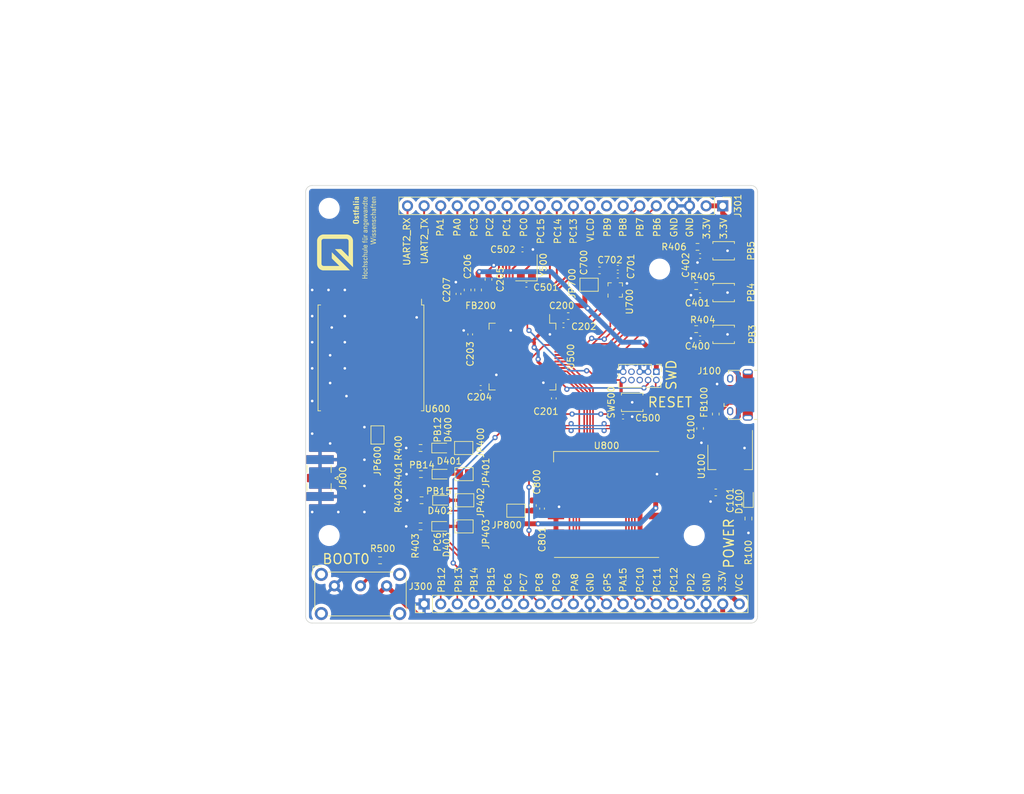
<source format=kicad_pcb>
(kicad_pcb (version 20211014) (generator pcbnew)
  (layers (0 "F.Cu" signal) (31 "B.Cu" signal) (34 "B.Paste" user) (35 "F.Paste" user) (36 "B.SilkS" user "B.Silkscreen") (37 "F.SilkS" user "F.Silkscreen") (38 "B.Mask" user) (39 "F.Mask" user) (44 "Edge.Cuts" user))
  (net 0 "")
  (net 1 "+3.3V")
  (net 2 "GND")
  (net 3 "+3.3VA")
  (net 4 "VCC")
  (net 5 "Net-(C501-Pad1)")
  (net 6 "PC9")
  (net 7 "PC8")
  (net 8 "PC7")
  (net 9 "Net-(C502-Pad1)")
  (net 10 "RESET")
  (net 11 "Net-(C800-Pad1)")
  (net 12 "/PWR_LED_K")
  (net 13 "Net-(D400-Pad1)")
  (net 14 "Net-(D400-Pad2)")
  (net 15 "Net-(D401-Pad1)")
  (net 16 "Net-(D401-Pad2)")
  (net 17 "Net-(D402-Pad1)")
  (net 18 "Net-(D402-Pad2)")
  (net 19 "Net-(D403-Pad1)")
  (net 20 "Net-(D403-Pad2)")
  (net 21 "+5V")
  (net 22 "USB_D-")
  (net 23 "USB_D+")
  (net 26 "Net-(J600-Pad1)")
  (net 27 "PB12")
  (net 28 "PB13")
  (net 29 "PB14")
  (net 30 "PB15")
  (net 31 "PC6")
  (net 32 "PA8")
  (net 33 "UART1_RX")
  (net 34 "PA15")
  (net 35 "PC10")
  (net 36 "PC11")
  (net 37 "PC12")
  (net 38 "PD2")
  (net 39 "PB3")
  (net 40 "PB4")
  (net 41 "PB5")
  (net 42 "VLCD")
  (net 43 "PC13")
  (net 44 "PC14")
  (net 45 "PC15")
  (net 46 "PC0")
  (net 47 "PC1")
  (net 48 "PC2")
  (net 49 "PC3")
  (net 50 "PA0")
  (net 51 "PA1")
  (net 52 "UART2_TX")
  (net 53 "UART2_RX")
  (net 54 "SWDIO")
  (net 55 "SWCLK")
  (net 59 "Net-(JP600-Pad2)")
  (net 60 "/BOOT_SW")
  (net 61 "/BOOT0")
  (net 62 "SPI1_MISO")
  (net 63 "SPI1_MOSI")
  (net 64 "SPI1_SCK")
  (net 65 "RFM95_CS")
  (net 66 "RFM95_RESET")
  (net 67 "DIO5")
  (net 68 "DIO3")
  (net 69 "DIO4")
  (net 70 "DIO0")
  (net 71 "DIO1")
  (net 72 "DIO2")
  (net 73 "UART1_TX")
  (net 74 "Net-(JP700-Pad2)")
  (net 75 "I2C1_SCL")
  (net 76 "I2C1_SDA")
  (net 77 "INT2")
  (net 78 "INT1")
  (footprint "Logo:ostfalia_logo_5.5mm" (layer "F.Cu") (at 90.5 78.25 90)
    (fp_text reference " ")
    (fp_text value "LOGO" hide)
  )
  (footprint "Capacitor_SMD:C_0402_1005Metric" (layer "F.Cu") (at 133.8 81.8)
    (fp_text reference "C701")
    (fp_text value "100n")
  )
  (footprint "Capacitor_SMD:C_0603_1608Metric" (layer "F.Cu") (at 146.4 105.2 -90)
    (fp_text reference "C100")
    (fp_text value "22u")
  )
  (footprint "Crystal:Crystal_SMD_3225-4Pin_3.2x2.5mm" (layer "F.Cu") (at 119.8 80.6 90)
    (fp_text reference "Y500")
    (fp_text value "Crystal_GND24")
  )
  (footprint "Capacitor_SMD:C_0603_1608Metric" (layer "F.Cu") (at 148.8 115 180)
    (fp_text reference "C101")
    (fp_text value "22u")
  )
  (footprint "Button_Switch_THT:SW_E-Switch_EG1224_SPDT_Angled" (layer "F.Cu") (at 90.4 129.3)
    (fp_text reference "SW501" hide)
    (fp_text value "BOOT0_Switch")
  )
  (footprint "Button_Switch_SMD:SW_SPST_B3U-1000P" (layer "F.Cu") (at 150 90.8)
    (fp_text reference "SW400" hide)
    (fp_text value "SW_Push")
  )
  (footprint "MountingHole:MountingHole_2.2mm_M2" (layer "F.Cu") (at 140.2 80.8)
    (fp_text reference "H4" hide)
    (fp_text value "MountingHole")
  )
  (footprint "Jumper:SolderJumper-2_P1.3mm_Open_Pad1.0x1.5mm" (layer "F.Cu") (at 110.25 112.2 180)
    (fp_text reference "JP401")
    (fp_text value "SolderJumper_2_Open")
  )
  (footprint "Capacitor_SMD:C_0402_1005Metric" (layer "F.Cu") (at 124 100.6 -90)
    (fp_text reference "C201")
    (fp_text value "100n")
  )
  (footprint "LED_SMD:LED_0603_1608Metric" (layer "F.Cu") (at 153.8 115.8 90)
    (fp_text reference "D100")
    (fp_text value "GREEN")
  )
  (footprint "Button_Switch_SMD:SW_SPST_B3U-1000P" (layer "F.Cu") (at 150 84.4)
    (fp_text reference "SW401" hide)
    (fp_text value "SW_Push")
  )
  (footprint "Resistor_SMD:R_0603_1608Metric" (layer "F.Cu") (at 103.75 116.2 180)
    (fp_text reference "R402")
    (fp_text value "1k")
  )
  (footprint "Capacitor_SMD:C_0402_1005Metric" (layer "F.Cu") (at 146.4 78.8 180)
    (fp_text reference "C402")
    (fp_text value "100n")
  )
  (footprint "Package_LGA:LGA-12_2x2mm_P0.5mm" (layer "F.Cu") (at 133.4 84 90)
    (fp_text reference "U700")
    (fp_text value "LIS2HH12")
  )
  (footprint "Capacitor_SMD:C_0603_1608Metric" (layer "F.Cu") (at 131 81)
    (fp_text reference "C700")
    (fp_text value "10u")
  )
  (footprint "Capacitor_SMD:C_0402_1005Metric" (layer "F.Cu") (at 133.8 80.6)
    (fp_text reference "C702")
    (fp_text value "100n")
  )
  (footprint "Resistor_SMD:R_0603_1608Metric" (layer "F.Cu") (at 103.65 112.2 180)
    (fp_text reference "R401")
    (fp_text value "1k")
  )
  (footprint "Resistor_SMD:R_0603_1608Metric" (layer "F.Cu") (at 97.4 125.4)
    (fp_text reference "R500")
    (fp_text value "10k")
  )
  (footprint "Jumper:SolderJumper-2_P1.3mm_Open_Pad1.0x1.5mm" (layer "F.Cu") (at 118.2 117.8 180)
    (fp_text reference "JP800")
    (fp_text value "SolderJumper_2_Open")
  )
  (footprint "RF_GPS:Quectel_L80-R" (layer "F.Cu") (at 132.08 116.84)
    (fp_text reference "U800")
    (fp_text value "L80-R")
  )
  (footprint "Resistor_SMD:R_0603_1608Metric" (layer "F.Cu") (at 153.8 119 -90)
    (fp_text reference "R100")
    (fp_text value "1k5")
  )
  (footprint "Capacitor_SMD:C_0603_1608Metric" (layer "F.Cu") (at 110.8 84 90)
    (fp_text reference "C206")
    (fp_text value "1u")
  )
  (footprint "Resistor_SMD:R_0603_1608Metric" (layer "F.Cu") (at 103.6 108.2 180)
    (fp_text reference "R400")
    (fp_text value "1k")
  )
  (footprint "Capacitor_SMD:C_0603_1608Metric" (layer "F.Cu") (at 114 82.4 90)
    (fp_text reference "C205")
    (fp_text value "1u")
  )
  (footprint "Capacitor_SMD:C_0402_1005Metric" (layer "F.Cu") (at 119.8 83.2 180)
    (fp_text reference "C501")
    (fp_text value "10p")
  )
  (footprint "Capacitor_SMD:C_0402_1005Metric" (layer "F.Cu") (at 146.4 91.4 180)
    (fp_text reference "C400")
    (fp_text value "100n")
  )
  (footprint "Connector_Coaxial:SMA_Samtec_SMA-J-P-X-ST-EM1_EdgeMount" (layer "F.Cu") (at 88.2 112.8 -90)
    (fp_text reference "J600")
    (fp_text value "Conn_Coaxial")
  )
  (footprint "Inductor_SMD:L_0603_1608Metric" (layer "F.Cu") (at 112.4 84 -90)
    (fp_text reference "FB200")
    (fp_text value "120R")
  )
  (footprint "Jumper:SolderJumper-2_P1.3mm_Open_Pad1.0x1.5mm" (layer "F.Cu") (at 129.4 83.2)
    (fp_text reference "JP700")
    (fp_text value "SolderJumper_2_Open")
  )
  (footprint "LED_SMD:LED_0603_1608Metric" (layer "F.Cu") (at 106.9375 116.2)
    (fp_text reference "D402")
    (fp_text value "BLUE")
  )
  (footprint "Resistor_SMD:R_0603_1608Metric" (layer "F.Cu") (at 145.8 90)
    (fp_text reference "R404")
    (fp_text value "10k")
  )
  (footprint "LED_SMD:LED_0603_1608Metric" (layer "F.Cu") (at 106.8 108.2)
    (fp_text reference "D400")
    (fp_text value "GREEN")
  )
  (footprint "Logo:ostfalia_logo_schrift_12.5mm" (layer "F.Cu") (at 95 76 90)
    (fp_text reference " ")
    (fp_text value "LOGO" hide)
  )
  (footprint "Resistor_SMD:R_0603_1608Metric" (layer "F.Cu") (at 103.6 120.2 180)
    (fp_text reference "R403")
    (fp_text value "1k")
  )
  (footprint "Capacitor_SMD:C_0402_1005Metric" (layer "F.Cu") (at 112.8 99 180)
    (fp_text reference "C204")
    (fp_text value "100n")
  )
  (footprint "Button_Switch_SMD:SW_SPST_B3U-1000P" (layer "F.Cu") (at 150 78)
    (fp_text reference "SW402" hide)
    (fp_text value "SW_Push")
  )
  (footprint "Connector_USB:USB_Micro-B_Amphenol_10118194_Horizontal" (layer "F.Cu") (at 152.4 100.06 90)
    (fp_text reference "J100")
    (fp_text value "USB_B_Micro")
  )
  (footprint "Package_TO_SOT_SMD:SOT-223-3_TabPin2" (layer "F.Cu") (at 151 109.6 -90)
    (fp_text reference "U100")
    (fp_text value "AMS1117-3.3")
  )
  (footprint "Capacitor_SMD:C_0402_1005Metric" (layer "F.Cu") (at 111.2 90.8 90)
    (fp_text reference "C203")
    (fp_text value "100n")
  )
  (footprint "Inductor_SMD:L_0603_1608Metric" (layer "F.Cu") (at 148.8 103 -90)
    (fp_text reference "FB100")
    (fp_text value "100R")
  )
  (footprint "Package_QFP:LQFP-64_10x10mm_P0.5mm" (layer "F.Cu") (at 119.2 94.2 -90)
    (fp_text reference "U500")
    (fp_text value "STM32L053R8T6")
  )
  (footprint "Capacitor_SMD:C_0402_1005Metric" (layer "F.Cu") (at 134.6 103.4)
    (fp_text reference "C500")
    (fp_text value "100n")
  )
  (footprint "Resistor_SMD:R_0603_1608Metric" (layer "F.Cu") (at 145.8 83.4)
    (fp_text reference "R405")
    (fp_text value "10k")
  )
  (footprint "Jumper:SolderJumper-2_P1.3mm_Open_Pad1.0x1.5mm" (layer "F.Cu") (at 110.2 108.2 180)
    (fp_text reference "JP400")
    (fp_text value "SolderJumper_2_Open")
  )
  (footprint "Jumper:SolderJumper-2_P1.3mm_Open_Pad1.0x1.5mm" (layer "F.Cu") (at 110.35 116.2 180)
    (fp_text reference "JP402")
    (fp_text value "SolderJumper_2_Open")
  )
  (footprint "LED_SMD:LED_0603_1608Metric" (layer "F.Cu") (at 106.8 120.2)
    (fp_text reference "D403")
    (fp_text value "RED")
  )
  (footprint "Button_Switch_SMD:SW_SPST_B3U-1000P" (layer "F.Cu") (at 136 101.2)
    (fp_text reference "SW500")
    (fp_text value "Reset_Switch")
  )
  (footprint "Capacitor_SMD:C_0603_1608Metric" (layer "F.Cu") (at 120.8 117 90)
    (fp_text reference "C800")
    (fp_text value "1u")
  )
  (footprint "Connector_PinHeader_2.54mm:PinHeader_1x20_P2.54mm_Vertical" (layer "F.Cu") (at 149.86 71.12 -90)
    (fp_text reference "J301")
    (fp_text value "Male Pinheader 1x20")
  )
  (footprint "Resistor_SMD:R_0603_1608Metric" (layer "F.Cu") (at 146 77.4)
    (fp_text reference "R406")
    (fp_text value "10k")
  )
  (footprint "Capacitor_SMD:C_0402_1005Metric" (layer "F.Cu") (at 146.4 84.8 180)
    (fp_text reference "C401")
    (fp_text value "100n")
  )
  (footprint "RF_Module:HOPERF_RFM9XW_SMD" (layer "F.Cu") (at 96 94.4 -90)
    (fp_text reference "U600")
    (fp_text value "RFM95W-868S2")
  )
  (footprint "Capacitor_SMD:C_0603_1608Metric" (layer "F.Cu") (at 126.2 88)
    (fp_text reference "C200")
    (fp_text value "10u")
  )
  (footprint "Connector_PinHeader_2.54mm:PinHeader_1x20_P2.54mm_Vertical" (layer "F.Cu") (at 104.14 132.08 90)
    (fp_text reference "J300")
    (fp_text value "Male Pinheader 1x20")
  )
  (footprint "MountingHole:MountingHole_2.2mm_M2" (layer "F.Cu") (at 145.5 121.6)
    (fp_text reference "H3" hide)
    (fp_text value "MountingHole")
  )
  (footprint "LED_SMD:LED_0603_1608Metric" (layer "F.Cu") (at 106.85 112.2)
    (fp_text reference "D401")
    (fp_text value "GREEN")
  )
  (footprint "Jumper:SolderJumper-2_P1.3mm_Open_Pad1.0x1.5mm" (layer "F.Cu") (at 97 106.2 90)
    (fp_text reference "JP600")
    (fp_text value "SolderJumper_2_Open")
  )
  (footprint "Connector_PinHeader_1.27mm:PinHeader_2x05_P1.27mm_Vertical" (layer "F.Cu") (at 139.7 96.52 -90)
    (fp_text reference "J5" hide)
    (fp_text value "ARM 10pin")
  )
  (footprint "Capacitor_SMD:C_0402_1005Metric" (layer "F.Cu") (at 109.4 84.6 90)
    (fp_text reference "C207")
    (fp_text value "10n")
  )
  (footprint "MountingHole:MountingHole_2.2mm_M2" (layer "F.Cu") (at 89.6 71.5)
    (fp_text reference "H1" hide)
    (fp_text value "MountingHole")
  )
  (footprint "MountingHole:MountingHole_2.2mm_M2" (layer "F.Cu") (at 89.6 121.6)
    (fp_text reference "H2" hide)
    (fp_text value "MountingHole")
  )
  (footprint "Capacitor_SMD:C_0402_1005Metric" (layer "F.Cu") (at 122.2 117.48 90)
    (fp_text reference "C801")
    (fp_text value "100n")
  )
  (footprint "Capacitor_SMD:C_0402_1005Metric" (layer "F.Cu") (at 119.2 77.8)
    (fp_text reference "C502")
    (fp_text value "10p")
  )
  (footprint "Jumper:SolderJumper-2_P1.3mm_Open_Pad1.0x1.5mm" (layer "F.Cu") (at 110.25 120.2 180)
    (fp_text reference "JP403")
    (fp_text value "SolderJumper_2_Open")
  )
  (footprint "Capacitor_SMD:C_0402_1005Metric" (layer "F.Cu") (at 125.48 89.4)
    (fp_text reference "C202")
    (fp_text value "100n")
  )
  (gr_line (start 154.2 68) (end 87 68) (layer "Edge.Cuts") (width 0.1))
  (gr_line (start 154.2 135) (end 87 135) (layer "Edge.Cuts") (width 0.1))
  (gr_line (start 86 134) (end 86 69) (layer "Edge.Cuts") (width 0.1))
  (gr_arc (start 86 69) (mid 86.292893 68.292893) (end 87 68) (layer "Edge.Cuts") (width 0.1))
  (gr_line (start 155.2 69) (end 155.2 134) (layer "Edge.Cuts") (width 0.1))
  (gr_arc (start 87 135) (mid 86.292893 134.707107) (end 86 134) (layer "Edge.Cuts") (width 0.1))
  (gr_arc (start 154.2 68) (mid 154.907107 68.292893) (end 155.2 69) (layer "Edge.Cuts") (width 0.1))
  (gr_arc (start 155.2 134) (mid 154.907107 134.707107) (end 154.2 135) (layer "Edge.Cuts") (width 0.1))
  (gr_text "PB14" (at 111.8 128.4 90) (layer "F.SilkS") (effects (font (size 1 1))))
  (gr_text "BOOT0" (at 92.2 125.2) (layer "F.SilkS") (effects (font (size 1.5 1.5) (thickness 0.2))))
  (gr_text "PB15" (at 114.4 128.4 90) (layer "F.SilkS") (effects (font (size 1 1))))
  (gr_text "PC3" (at 111.8 74.4 90) (layer "F.SilkS") (effects (font (size 1 1))))
  (gr_text "PB15" (at 106.4 114.8) (layer "F.SilkS") (effects (font (size 1 1))))
  (gr_text "PA0" (at 109.2 74.4 90) (layer "F.SilkS") (effects (font (size 1 1))))
  (gr_text "PB14" (at 103.8 110.8) (layer "F.SilkS") (effects (font (size 1 1))))
  (gr_text "PC2" (at 114.2 74.4 90) (layer "F.SilkS") (effects (font (size 1 1))))
  (gr_text "GND" (at 129.57 128.8 90) (layer "F.SilkS") (effects (font (size 1 1))))
  (gr_text "PB13" (at 109.4 128.4 90) (layer "F.SilkS") (effects (font (size 1 1))))
  (gr_text "PA8" (at 127.2 128.8 90) (layer "F.SilkS") (effects (font (size 1 1))))
  (gr_text "UART2_TX" (at 104.2 76.5 90) (layer "F.SilkS") (effects (font (size 1 1))))
  (gr_text "PC6" (at 117 128.8 90) (layer "F.SilkS") (effects (font (size 1 1))))
  (gr_text "PB7" (at 137.2 74.4 90) (layer "F.SilkS") (effects (font (size 1 1))))
  (gr_text "3.3V" (at 150 74.6 90) (layer "F.SilkS") (effects (font (size 1 1))))
  (gr_text "PC9" (at 124.4 128.8 90) (layer "F.SilkS") (effects (font (size 1 1))))
  (gr_text "PC6" (at 106.2 122.6 90) (layer "F.SilkS") (effects (font (size 1 1))))
  (gr_text "PC14" (at 124.6 75 90) (layer "F.SilkS") (effects (font (size 1 1))))
  (gr_text "3.3V" (at 149.8 128.6 90) (layer "F.SilkS") (effects (font (size 1 1))))
  (gr_text "PD2" (at 145 128.8 90) (layer "F.SilkS") (effects (font (size 1 1))))
  (gr_text "VLCD" (at 129.6 74.8 90) (layer "F.SilkS") (effects (font (size 1 1))))
  (gr_text "GND" (at 144.8 74.4 90) (layer "F.SilkS") (effects (font (size 1 1))))
  (gr_text "GND" (at 142.4 74.4 90) (layer "F.SilkS") (effects (font (size 1 1))))
  (gr_text "PA1" (at 106.6 74.4 90) (layer "F.SilkS") (effects (font (size 1 1))))
  (gr_text "SWD" (at 142 97 90) (layer "F.SilkS") (effects (font (size 1.5 1.5) (thickness 0.2))))
  (gr_text "PB6" (at 139.8 74.4 90) (layer "F.SilkS") (effects (font (size 1 1))))
  (gr_text "RESET" (at 141.8 101.2) (layer "F.SilkS") (effects (font (size 1.5 1.5) (thickness 0.2))))
  (gr_text "PB5" (at 154.2 78 90) (layer "F.SilkS") (effects (font (size 1 1))))
  (gr_text "PB9" (at 132.2 74.4 90) (layer "F.SilkS") (effects (font (size 1 1))))
  (gr_text "GPS" (at 132.2 128.8 90) (layer "F.SilkS") (effects (font (size 1 1))))
  (gr_text "PC11" (at 139.8 128.4 90) (layer "F.SilkS") (effects (font (size 1 1))))
  (gr_text "PC13" (at 127 75 90) (layer "F.SilkS") (effects (font (size 1 1))))
  (gr_text "POWER" (at 150.8 122.8 90) (layer "F.SilkS") (effects (font (size 1.5 1.5) (thickness 0.2))))
  (gr_text "PB3" (at 154.4 90.8 90) (layer "F.SilkS") (effects (font (size 1 1))))
  (gr_text "PC7" (at 119.4 128.8 90) (layer "F.SilkS") (effects (font (size 1 1))))
  (gr_text "PB12" (at 106.8 128.4 90) (layer "F.SilkS") (effects (font (size 1 1))))
  (gr_text "PC15" (at 122 75 90) (layer "F.SilkS") (effects (font (size 1 1))))
  (gr_text "PB4" (at 154.2 84.4 90) (layer "F.SilkS") (effects (font (size 1 1))))
  (gr_text "GND" (at 147.4 128.8 90) (layer "F.SilkS") (effects (font (size 1 1))))
  (gr_text "PC1" (at 116.8 74.4 90) (layer "F.SilkS") (effects (font (size 1 1))))
  (gr_text "VCC" (at 152.4 128.8 90) (layer "F.SilkS") (effects (font (size 1 1))))
  (gr_text "PB8" (at 134.6 74.4 90) (layer "F.SilkS") (effects (font (size 1 1))))
  (gr_text "PC10" (at 137.2 128.4 90) (layer "F.SilkS") (effects (font (size 1 1))))
  (gr_text "PB12" (at 106.2 105.4 90) (layer "F.SilkS") (effects (font (size 1 1))))
  (gr_text "PA15" (at 134.6 128.4 90) (layer "F.SilkS") (effects (font (size 1 1))))
  (gr_text "3.3V" (at 147.4 74.6 90) (layer "F.SilkS") (effects (font (size 1 1))))
  (gr_text "PC8" (at 121.8 128.8 90) (layer "F.SilkS") (effects (font (size 1 1))))
  (gr_text "PC0" (at 119.4 74.4 90) (layer "F.SilkS") (effects (font (size 1 1))))
  (gr_text "UART2_RX" (at 101.5 76.6 90) (layer "F.SilkS") (effects (font (size 1 1))))
  (gr_text "PC12" (at 142.4 128.4 90) (layer "F.SilkS") (effects (font (size 1 1))))
  (segment (start 139.6 116.3) (end 139.83 116.07) (width 0.75) (layer "F.Cu") (net 1))
  (segment (start 154.2 133.2) (end 153.4 134) (width 0.75) (layer "F.Cu") (net 1))
  (segment (start 143.93 116.07) (end 147.25 112.75) (width 0.75) (layer "F.Cu") (net 1))
  (segment (start 143.6 84.6) (end 143.6 86.2) (width 0.75) (layer "F.Cu") (net 1))
  (segment (start 101.5 132.4) (end 98.4 129.3) (width 0.75) (layer "F.Cu") (net 1))
  (segment (start 149.86 71.12) (end 147.32 71.12) (width 0.75) (layer "F.Cu") (net 1))
  (segment (start 149.86 71.12) (end 149.86 72.26) (width 0.75) (layer "F.Cu") (net 1))
  (segment (start 139.83 116.07) (end 143.93 116.07) (width 0.75) (layer "F.Cu") (net 1))
  (segment (start 145.2 80.8) (end 152 80.8) (width 0.75) (layer "F.Cu") (net 1))
  (segment (start 124.6 89.8) (end 125 89.4) (width 0.5) (layer "F.Cu") (net 1))
  (segment (start 97 106.85) (end 97 120.8) (width 0.75) (layer "F.Cu") (net 1))
  (segment (start 153.2 93.2) (end 152.4 94) (width 0.75) (layer "F.Cu") (net 1))
  (segment (start 113.9625 83.2125) (end 114 83.175) (width 0.75) (layer "F.Cu") (net 1))
  (segment (start 145 77.575) (end 145 80.6) (width 0.75) (layer "F.Cu") (net 1))
  (segment (start 153.2 88.2) (end 153.2 93.2) (width 0.75) (layer "F.Cu") (net 1))
  (segment (start 123.4 96.8) (end 123.2 96.6) (width 0.5) (layer "F.Cu") (net 1))
  (segment (start 117.55 118.75) (end 118.4 119.6) (width 0.75) (layer "F.Cu") (net 1))
  (segment (start 112.4 81.4) (end 112.6 81.2) (width 0.75) (layer "F.Cu") (net 1))
  (segment (start 99.35 106.85) (end 101.8 104.4) (width 0.75) (layer "F.Cu") (net 1))
  (segment (start 147.25 112.75) (end 151 112.75) (width 0.75) (layer "F.Cu") (net 1))
  (segment (start 152.25 103.35) (end 152.25 96.85) (width 0.75) (layer "F.Cu") (net 1))
  (segment (start 116.4 97.2) (end 116.4 92.8) (width 0.5) (layer "F.Cu") (net 1))
  (segment (start 118.4 119.6) (end 118.6 119.8) (width 0.75) (layer "F.Cu") (net 1))
  (segment (start 121 92.8) (end 121 92) (width 0.5) (layer "F.Cu") (net 1))
  (segment (start 132.4 82) (end 131.225 82) (width 0.4) (layer "F.Cu") (net 1))
  (segment (start 124 99) (end 123.4 98.4) (width 0.5) (layer "F.Cu") (net 1))
  (segment (start 120.8 91.8) (end 122.8 89.8) (width 0.5) (layer "F.Cu") (net 1))
  (segment (start 133.32 81.8) (end 132.6 81.8) (width 0.4) (layer "F.Cu") (net 1))
  (segment (start 152 80.8) (end 152.725 81.525) (width 0.75) (layer "F.Cu") (net 1))
  (segment (start 101.8 104.4) (end 109 104.4) (width 0.75) (layer "F.Cu") (net 1))
  (segment (start 118.6 119.8) (end 121.6 119.8) (width 0.75) (layer "F.Cu") (net 1))
  (segment (start 128.75 82.05) (end 129.8 81) (width 0.75) (layer "F.Cu") (net 1))
  (segment (start 150.4 134) (end 149.86 133.46) (width 0.75) (layer "F.Cu") (net 1))
  (segment (start 115.6 98) (end 116.4 97.2) (width 0.5) (layer "F.Cu") (net 1))
  (segment (start 124.875 90.45) (end 124.875 89.525) (width 0.3) (layer "F.Cu") (net 1))
  (segment (start 153.2625 115.0125) (end 151 112.75) (width 0.75) (layer "F.Cu") (net 1))
  (segment (start 125.425 88.575) (end 125 89) (width 0.75) (layer "F.Cu") (net 1))
  (segment (start 115.05 91.45) (end 116.4 92.8) (width 0.3) (layer "F.Cu") (net 1))
  (segment (start 129.2 86.8) (end 128.75 86.35) (width 0.75) (layer "F.Cu") (net 1))
  (segment (start 152.4 94) (end 149.4 94) (width 0.75) (layer "F.Cu") (net 1))
  (segment (start 103.4 134) (end 101.8 132.4) (width 0.75) (layer "F.Cu") (net 1))
  (segment (start 113.525 91.45) (end 115.05 91.45) (width 0.3) (layer "F.Cu") (net 1))
  (segment (start 124 100.12) (end 123.195 100.12) (width 0.3) (layer "F.Cu") (net 1))
  (segment (start 109 104.4) (end 113.28 100.12) (width 0.75) (layer "F.Cu") (net 1))
  (segment (start 97 106.85) (end 99.35 106.85) (width 0.75) (layer "F.Cu") (net 1))
  (segment (start 153.8 115.0125) (end 153.2625 115.0125) (width 0.75) (layer "F.Cu") (net 1))
  (segment (start 124 100.12) (end 124 99) (width 0.5) (layer "F.Cu") (net 1))
  (segment (start 149.575 115) (end 149.575 124.375) (width 0.75) (layer "F.Cu") (net 1))
  (segment (start 92.2 125.6) (end 92.2 130.2) (width 0.75) (layer "F.Cu") (net 1))
  (segment (start 97 120.8) (end 92.2 125.6) (width 0.75) (layer "F.Cu") (net 1))
  (segment (start 124.875 89.525) (end 125 89.4) (width 0.3) (layer "F.Cu") (net 1))
  (segment (start 133.32 80.6) (end 133.32 81.8) (width 0.4) (layer "F.Cu") (net 1))
  (segment (start 151 112.75) (end 151 106.45) (width 0.75) (layer "F.Cu") (net 1))
  (segment (start 117.4 91.8) (end 120.8 91.8) (width 0.5) (layer "F.Cu") (net 1))
  (segment (start 131.225 82) (end 130.225 81) (width 0.4) (layer "F.Cu") (net 1))
  (segment (start 145.175 77.4) (end 145 77.575) (width 0.75) (layer "F.Cu") (net 1))
  (segment (start 117.55 117.8) (end 117.55 118.75) (width 0.75) (layer "F.Cu") (net 1))
  (segment (start 151 112.75) (end 151 113.575) (width 0.75) (layer "F.Cu") (net 1))
  (segment (start 144.8 83.4) (end 143.6 84.6) (width 0.75) (layer "F.Cu") (net 1))
  (segment (start 128.75 86.35) (end 128.75 83.2) (width 0.75) (layer "F.Cu") (net 1))
  (segment (start 101.8 132.4) (end 101.5 132.4) (width 0.75) (layer "F.Cu") (net 1))
  (segment (start 139.6 117.4) (end 139.6 116.3) (width 0.75) (layer "F.Cu") (net 1))
  (segment (start 123.195 100.12) (end 122.95 99.875) (width 0.3) (layer "F.Cu") (net 1))
  (segment (start 139.7 94.1) (end 139.7 95.27) (width 0.75) (layer "F.Cu") (net 1))
  (segment (start 125 89) (end 125 89.4) (width 0.75) (layer "F.Cu") (net 1))
  (segment (start 151 104.6) (end 152.25 103.35) (width 0.75) (layer "F.Cu") (net 1))
  (segment (start 145 80.6) (end 145.2 80.8) (width 0.75) (layer "F.Cu") (net 1))
  (segment (start 149.86 72.26) (end 152.8 75.2) (width 0.75) (layer "F.Cu") (net 1))
  (segment (start 151 106.45) (end 151 104.6) (width 0.75) (layer "F.Cu") (net 1))
  (segment (start 152.25 96.85) (end 150.9 95.5) (width 0.75) (layer "F.Cu") (net 1))
  (segment (start 93 131) (end 96.7 131) (width 0.75) (layer "F.Cu") (net 1))
  (segment (start 154.2 129) (end 154.2 133.2) (width 0.75) (layer "F.Cu") (net 1))
  (segment (start 112.4 83.2125) (end 112.4 81.4) (width 0.75) (layer "F.Cu") (net 1))
  (segment (start 126.2 86.4) (end 125.425 87.175) (width 0.75) (layer "F.Cu") (net 1))
  (segment (start 150.4 134) (end 103.4 134) (width 0.75) (layer "F.Cu") (net 1))
  (segment (start 129.2 86.8) (end 128.8 86.4) (width 0.75) (layer "F.Cu") (net 1))
  (segment (start 113.28 100.12) (end 113.28 99) (width 0.75) (layer "F.Cu") (net 1))
  (segment (start 150.9 95.5) (end 149.385 93.985) (width 0.75) (layer "F.Cu") (net 1))
  (segment (start 137.6 92) (end 139.7 94.1) (width 0.75) (layer "F.Cu") (net 1))
  (segment (start 153.4 134) (end 150.4 134) (width 0.75) (layer "F.Cu") (net 1))
  (segment (start 132.6 81.8) (end 132.4 82) (width 0.4) (layer "F.Cu") (net 1))
  (segment (start 121.6 95) (end 121.6 94.6) (width 0.5) (layer "F.Cu") (net 1))
  (segment (start 151 113.575) (end 149.575 115) (width 0.75) (layer "F.Cu") (net 1))
  (segment (start 111.2 91.28) (end 111.37 91.45) (width 0.3) (layer "F.Cu") (net 1))
  (segment (start 116.4 92.8) (end 117.4 91.8) (width 0.5) (layer "F.Cu") (net 1))
  (segment (start 149.86 133.46) (end 149.86 132.08) (width 0.75) (layer "F.Cu") (net 1))
  (segment (start 123.2 96.6) (end 121.6 95) (width 0.5) (layer "F.Cu") (net 1))
  (segment (start 115.171142 98) (end 115.6 98) (width 0.5) (layer "F.Cu") (net 1))
  (segment (start 144.97 90) (end 144.975 90) (width 0.75) (layer "F.Cu") (net 1))
  (segment (start 113.28 99) (end 114.171142 99) (width 0.5) (layer "F.Cu") (net 1))
  (segment (start 152.8 80) (end 152 80.8) (width 0.75) (layer "F.Cu") (net 1))
  (segment (start 113.525 98.755) (end 113.28 99) (width 0.3) (layer "F.Cu") (net 1))
  (segment (start 139.7 95.27) (end 140.985 93.985) (width 0.75) (layer "F.Cu") (net 1))
  (segment (start 114.171142 99) (end 115.171142 98) (width 0.5) (layer "F.Cu") (net 1))
  (segment (start 122.8 89.8) (end 124.6 89.8) (width 0.5) (layer "F.Cu") (net 1))
  (segment (start 149.575 124.375) (end 154.2 129) (width 0.75) (layer "F.Cu") (net 1))
  (segment (start 139.7 96.52) (end 139.7 95.27) (width 0.75) (layer "F.Cu") (net 1))
  (segment (start 128.75 83.2) (end 128.75 82.05) (width 0.75) (layer "F.Cu") (net 1))
  (segment (start 96.7 131) (end 98.4 129.3) (width 0.75) (layer "F.Cu") (net 1))
  (segment (start 125.425 88) (end 125.425 88.575) (width 0.75) (layer "F.Cu") (net 1))
  (segment (start 144.975 83.4) (end 144.8 83.4) (width 0.75) (layer "F.Cu") (net 1))
  (segment (start 144.6 87.2) (end 152.2 87.2) (width 0.75) (layer "F.Cu") (net 1))
  (segment (start 125.425 87.175) (end 125.425 88) (width 0.75) (layer "F.Cu") (net 1))
  (segment (start 152.725 81.525) (end 152.725 86.675) (width 0.75) (layer "F.Cu") (net 1))
  (segment (start 123.4 98.4) (end 123.4 96.8) (width 0.5) (layer "F.Cu") (net 1))
  (segment (start 121 92) (end 120.8 91.8) (width 0.5) (layer "F.Cu") (net 1))
  (segment (start 113.525 97.95) (end 113.525 98.755) (width 0.3) (layer "F.Cu") (net 1))
  (segment (start 92.2 130.2) (end 93 131) (width 0.75) (layer "F.Cu") (net 1))
  (segment (start 111.37 91.45) (end 113.525 91.45) (width 0.3) (layer "F.Cu") (net 1))
  (segment (start 140.985 93.985) (end 144.97 90) (width 0.75) (layer "F.Cu") (net 1))
  (segment (start 112.4 83.2125) (end 113.9625 83.2125) (width 0.75) (layer "F.Cu") (net 1))
  (segment (start 143.6 86.2) (end 144.6 87.2) (width 0.75) (layer "F.Cu") (net 1))
  (segment (start 149.385 93.985) (end 140.985 93.985) (width 0.75) (layer "F.Cu") (net 1))
  (segment (start 128.8 86.4) (end 126.2 86.4) (width 0.75) (layer "F.Cu") (net 1))
  (segment (start 152.8 75.2) (end 152.8 80) (width 0.75) (layer "F.Cu") (net 1))
  (segment (start 152.725 86.675) (end 152.2 87.2) (width 0.75) (layer "F.Cu") (net 1))
  (segment (start 152.2 87.2) (end 153.2 88.2) (width 0.75) (layer "F.Cu") (net 1))
  (segment (start 129.8 81) (end 130.225 81) (width 0.75) (layer "F.Cu") (net 1))
  (via (at 121.6 119.8) (size 0.8) (drill 0.4) (layers "F.Cu" "B.Cu") (net 1))
  (via (at 121.6 94.6) (size 0.8) (drill 0.4) (layers "F.Cu" "B.Cu") (net 1))
  (via (at 112.6 81.2) (size 0.8) (drill 0.4) (layers "F.Cu" "B.Cu") (net 1))
  (via (at 137.6 92) (size 0.8) (drill 0.4) (layers "F.Cu" "B.Cu") (net 1))
  (via (at 129.2 86.8) (size 0.8) (drill 0.4) (layers "F.Cu" "B.Cu") (net 1))
  (via (at 121 92.8) (size 0.8) (drill 0.4) (layers "F.Cu" "B.Cu") (net 1))
  (via (at 139.6 117.4) (size 0.8) (drill 0.4) (layers "F.Cu" "B.Cu") (net 1))
  (segment (start 137.2 119.8) (end 139.6 117.4) (width 0.75) (layer "B.Cu") (net 1))
  (segment (start 121.6 93.4) (end 121 92.8) (width 0.5) (layer "B.Cu") (net 1))
  (segment (start 121.6 119.8) (end 137.2 119.8) (width 0.75) (layer "B.Cu") (net 1))
  (segment (start 134.4 92) (end 129.2 86.8) (width 0.75) (layer "B.Cu") (net 1))
  (segment (start 137.6 92) (end 134.4 92) (width 0.75) (layer "B.Cu") (net 1))
  (segment (start 129.2 86.8) (end 123.6 81.2) (width 0.75) (layer "B.Cu") (net 1))
  (segment (start 121.6 94.6) (end 121.6 93.4) (width 0.5) (layer "B.Cu") (net 1))
  (segment (start 123.6 81.2) (end 112.6 81.2) (width 0.75) (layer "B.Cu") (net 1))
  (segment (start 118.95 81.7) (end 118.95 81.6) (width 0.3) (layer "F.Cu") (net 2))
  (segment (start 119.32 83.2) (end 119.32 82.07) (width 0.3) (layer "F.Cu") (net 2))
  (segment (start 110.295 83.225) (end 110.8 83.225) (width 0.75) (layer "F.Cu") (net 2))
  (segment (start 114.75 97.45) (end 115.2 97) (width 0.3) (layer "F.Cu") (net 2))
  (segment (start 117.45 90.15) (end 117.4 90.2) (width 0.3) (layer "F.Cu") (net 2))
  (segment (start 151.7 78) (end 150.6 78) (width 0.5) (layer "F.Cu") (net 2))
  (segment (start 114 81.625) (end 114 81) (width 0.3) (layer "F.Cu") (net 2))
  (segment (start 123.4 117) (end 124.33 116.07) (width 0.5) (layer "F.Cu") (net 2))
  (segment (start 120.65 79.5) (end 120.65 78.77) (width 0.3) (layer "F.Cu") (net 2))
  (segment (start 131.775 80.825) (end 132.8 79.8) (width 0.4) (layer "F.Cu") (net 2))
  (segment (start 133.65 84.7625) (end 133.65 83.2375) (width 0.25) (layer "F.Cu") (net 2))
  (segment (start 131.775 81) (end 131.775 80.825) (width 0.4) (layer "F.Cu") (net 2))
  (segment (start 122.45 100.751041) (end 122.45 99.875) (width 0.3) (layer "F.Cu") (net 2))
  (segment (start 134.9625 83.2375) (end 135.2 83) (width 0.25) (layer "F.Cu") (net 2))
  (segment (start 102.925 116.2) (end 101.55 116.2) (width 0.5) (layer "F.Cu") (net 2))
  (segment (start 110.32 90.32) (end 110.2 90.2) (width 0.3) (layer "F.Cu") (net 2))
  (segment (start 145.92 91.4) (end 145 91.4) (width 0.5) (layer "F.Cu") (net 2))
  (segment (start 113.525 97.45) (end 114.75 97.45) (width 0.3) (layer "F.Cu") (net 2))
  (segment (start 122.45 98.25) (end 122.4 98.2) (width 0.3) (layer "F.Cu") (net 2))
  (segment (start 122.778959 101.08) (end 122.45 100.751041) (width 0.3) (layer "F.Cu") (net 2))
  (segment (start 123.55 90.95) (end 123.4 90.8) (width 0.3) (layer "F.Cu") (net 2))
  (segment (start 117.45 86.45) (end 115 84) (width 0.3) (layer "F.Cu") (net 2))
  (segment (start 120.8 79.35) (end 120.65 79.5) (width 0.3) (layer "F.Cu") (net 2))
  (segment (start 120.65 78.77) (end 119.68 77.8) (width 0.3) (layer "F.Cu") (net 2))
  (segment (start 113.525 90.95) (end 111.872965 90.95) (width 0.3) (layer "F.Cu") (net 2))
  (segment (start 134.28 80.486325) (end 134.28 80.6) (width 0.4) (layer "F.Cu") (net 2))
  (segment (start 111.242965 90.32) (end 111.2 90.32) (width 0.3) (layer "F.Cu") (net 2))
  (segment (start 112.648959 97.45) (end 112.32 97.778959) (width 0.3) (layer "F.Cu") (net 2))
  (segment (start 117.45 88.525) (end 117.45 90.15) (width 0.3) (layer "F.Cu") (net 2))
  (segment (start 151.7 84.4) (end 150.6 84.4) (width 0.5) (layer "F.Cu") (net 2))
  (segment (start 115 84) (end 115 82.625) (width 0.3) (layer "F.Cu") (net 2))
  (segment (start 145.92 78.8) (end 145.92 79.72) (width 0.5) (layer "F.Cu") (net 2))
  (segment (start 102.775 120.2) (end 101.4 120.2) (width 0.5) (layer "F.Cu") (net 2))
  (segment (start 151 98.76) (end 149.36 98.76) (width 0.4) (layer "F.Cu") (net 2))
  (segment (start 153.8 121.2) (end 153.8 119.825) (width 0.75) (layer "F.Cu") (net 2))
  (segment (start 148.025 115) (end 148.025 116.375) (width 0.75) (layer "F.Cu") (net 2))
  (segment (start 124.875 90.95) (end 123.55 90.95) (width 0.3) (layer "F.Cu") (net 2))
  (segment (start 153.2 108.2) (end 153.2 106.55) (width 0.75) (layer "F.Cu") (net 2))
  (segment (start 126 90.701041) (end 125.751041 90.95) (width 0.3) (layer "F.Cu") (net 2))
  (segment (start 109.425 83.225) (end 109 82.8) (width 0.75) (layer "F.Cu") (net 2))
  (segment (start 114 81) (end 114.8 80.2) (width 0.3) (layer "F.Cu") (net 2))
  (segment (start 110.8 83.225) (end 109.425 83.225) (width 0.75) (layer "F.Cu") (net 2))
  (segment (start 115 82.625) (end 114 81.625) (width 0.3) (layer "F.Cu") (net 2))
  (segment (start 112.32 97.778959) (end 112.32 99) (width 0.3) (layer "F.Cu") (net 2))
  (segment (start 125.96 89.4) (end 126 89.44) (width 0.3) (layer "F.Cu") (net 2))
  (segment (start 122.45 99.875) (end 122.45 98.25) (width 0.3) (layer "F.Cu") (net 2))
  (segment (start 137.7 101.2) (end 136 101.2) (width 0.5) (layer "F.Cu") (net 2))
  (segment (start 136 103.4) (end 135.08 103.4) (width 0.5) (layer "F.Cu") (net 2))
  (segment (start 126.975 88) (end 126.975 88.385) (width 0.3) (layer "F.Cu") (net 2))
  (segment (start 145.92 79.72) (end 146 79.8) (width 0.5) (layer "F.Cu") (net 2))
  (segment (start 151.7 90.8) (end 150.6 90.8) (width 0.5) (layer "F.Cu") (net 2))
  (segment (start 139.83 112.17) (end 139.8 112.2) (width 0.5) (layer "F.Cu") (net 2))
  (segment (start 120.8 77.8) (end 120.8 79.35) (width 0.3) (layer "F.Cu") (net 2))
  (segment (start 119.32 82.07) (end 118.95 81.7) (width 0.3) (layer "F.Cu") (net 2))
  (segment (start 145.92 84.8) (end 145 84.8) (width 0.5) (layer "F.Cu") (net 2))
  (segment (start 102.775 108.2) (end 101.4 108.2) (width 0.5) (layer "F.Cu") (net 2))
  (segment (start 113.525 97.45) (end 112.648959 97.45) (width 0.3) (layer "F.Cu") (net 2))
  (segment (start 124.8 116.54) (end 124.33 116.07) (width 0.5) (layer "F.Cu") (net 2))
  (segment (start 118.95 81.6) (end 120.65 79.9) (width 0.3) (layer "F.Cu") (net 2))
  (segment (start 117.45 88.525) (end 117.45 86.45) (width 0.3) (layer "F.Cu") (net 2))
  (segment (start 109.4 84.12) (end 110.295 83.225) (width 0.75) (layer "F.Cu") (net 2))
  (segment (start 146.6 107.4) (end 146.6 106.175) (width 0.75) (layer "F.Cu") (net 2))
  (segment (start 122.2 117) (end 123.4 117) (width 0.5) (layer "F.Cu") (net 2))
  (segment (start 149.36 98.76) (end 149 98.4) (width 0.4) (layer "F.Cu") (net 2))
  (segment (start 134.15 81.93) (end 134.28 81.8) (width 0.25) (layer "F.Cu") (net 2))
  (segment (start 126 89.44) (end 126 90.701041) (width 0.3) (layer "F.Cu") (net 2))
  (segment (start 120.8 116.225) (end 121.425 116.225) (width 0.5) (layer "F.Cu") (net 2))
  (segment (start 111.2 90.32) (end 110.32 90.32) (width 0.3) (layer "F.Cu") (net 2))
  (segment (start 102.825 112.2) (end 101.45 112.2) (width 0.5) (layer "F.Cu") (net 2))
  (segment (start 134.15 83.2375) (end 134.15 81.93) (width 0.25) (layer "F.Cu") (net 2))
  (segment (start 134.28 80.6) (end 134.28 81.8) (width 0.4) (layer "F.Cu") (net 2))
  (segment (start 133.593675 79.8) (end 134.28 80.486325) (width 0.4) (layer "F.Cu") (net 2))
  (segment (start 132.8 79.8) (end 133.593675 79.8) (width 0.4) (layer "F.Cu") (net 2))
  (segment (start 126.975 88.385) (end 125.96 89.4) (width 0.3) (layer "F.Cu") (net 2))
  (segment (start 121.425 116.225) (end 122.2 117) (width 0.5) (layer "F.Cu") (net 2))
  (segment (start 153.2 106.55) (end 153.3 106.45) (width 0.75) (layer "F.Cu") (net 2))
  (segment (start 134.15 83.2375) (end 134.15 83.7375) (width 0.25) (layer "F.Cu") (net 2))
  (segment (start 111.872965 90.95) (end 111.242965 90.32) (width 0.3) (layer "F.Cu") (net 2))
  (segment (start 124 101.08) (end 122.778959 101.08) (width 0.3) (layer "F.Cu") (net 2))
  (segment (start 120.65 79.9) (end 120.65 79.5) (width 0.3) (layer "F.Cu") (net 2))
  (segment (start 134.15 83.2375) (end 134.9625 83.2375) (width 0.25) (layer "F.Cu") (net 2))
  (segment (start 134.1625 84.25) (end 134.1625 83.75) (width 0.25) (layer "F.Cu") (net 2))
  (segment (start 124.8 117.2) (end 124.8 116.54) (width 0.5) (layer "F.Cu") (net 2))
  (segment (start 139.83 110.99) (end 139.83 112.17) (width 0.5) (layer "F.Cu") (net 2))
  (segment (start 125.751041 90.95) (end 124.875 90.95) (width 0.3) (layer "F.Cu") (net 2))
  (segment (start 103 86.4) (end 103 88.2) (width 0.5) (layer "F.Cu") (net 2))
  (segment (start 134.15 83.2375) (end 133.65 83.2375) (width 0.25) (layer "F.Cu") (net 2))
  (segment (start 134.15 83.7375) (end 134.1625 83.75) (width 0.25) (layer "F.Cu") (net 2))
  (segment (start 146.6 106.175) (end 146.4 105.975) (width 0.75) (layer "F.Cu") (net 2))
  (segment (start 148.025 116.375) (end 148 116.4) (width 0.75) (layer "F.Cu") (net 2))
  (via (at 145 91.4) (size 0.8) (drill 0.4) (layers "F.Cu" "B.Cu") (net 2))
  (via (at 87 88) (size 0.8) (drill 0.4) (layers "F.Cu" "B.Cu") (net 2))
  (via (at 148 116.4) (size 0.8) (drill 0.4) (layers "F.Cu" "B.Cu") (net 2))
  (via (at 153.8 121.2) (size 0.8) (drill 0.4) (layers "F.Cu" "B.Cu") (net 2))
  (via (at 146.6 107.4) (size 0.8) (drill 0.4) (layers "F.Cu" "B.Cu") (net 2))
  (via (at 91 118) (size 0.8) (drill 0.4) (layers "F.Cu" "B.Cu") (net 2))
  (via (at 92 96) (size 0.8) (drill 0.4) (layers "F.Cu" "B.Cu") (net 2))
  (via (at 101.55 116.2) (size 0.8) (drill 0.4) (layers "F.Cu" "B.Cu") (net 2))
  (via (at 87 101) (size 0.8) (drill 0.4) (layers "F.Cu" "B.Cu") (net 2))
  (via (at 87 106) (size 0.8) (drill 0.4) (layers "F.Cu" "B.Cu") (net 2))
  (via (at 103 88.2) (size 0.8) (drill 0.4) (layers "F.Cu" "B.Cu") (net 2))
  (via (at 89.5 84) (size 0.8) (drill 0.4) (layers "F.Cu" "B.Cu") (net 2))
  (via (at 89.75 98.25) (size 0.8) (drill 0.4) (layers "F.Cu" "B.Cu") (net 2))
  (via (at 109 82.8) (size 0.8) (drill 0.4) (layers "F.Cu" "B.Cu") (net 2))
  (via (at 95 118) (size 0.8) (drill 0.4) (layers "F.Cu" "B.Cu") (net 2))
  (via (at 120.8 77.8) (size 0.8) (drill 0.4) (layers "F.Cu" "B.Cu") (net 2))
  (via (at 92 92) (size 0.8) (drill 0.4) (layers "F.Cu" "B.Cu") (net 2))
  (via (at 92 88) (size 0.8) (drill 0.4) (layers "F.Cu" "B.Cu") (net 2))
  (via (at 101.4 120.2) (size 0.8) (drill 0.4) (layers "F.Cu" "B.Cu") (net 2))
  (via (at 114.8 80.2) (size 0.8) (drill 0.4) (layers "F.Cu" "B.Cu") (net 2))
  (via (at 139.8 112.2) (size 0.8) (drill 0.4) (layers "F.Cu" "B.Cu") (net 2))
  (via (at 89.75 94) (size 0.8) (drill 0.4) (layers "F.Cu" "B.Cu") (net 2))
  (via (at 150.6 84.4) (size 0.8) (drill 0.4) (layers "F.Cu" "B.Cu") (net 2))
  (via (at 124.8 117.2) (size 0.8) (drill 0.4) (layers "F.Cu" "B.Cu") (net 2))
  (via (at 87 96) (size 0.8) (drill 0.4) (layers "F.Cu" "B.Cu") (net 2))
  (via (at 123.4 90.8) (size 0.8) (drill 0.4) (layers "F.Cu" "B.Cu") (net 2))
  (via (at 101.4 108.2) (size 0.8) (drill 0.4) (layers "F.Cu" "B.Cu") (net 2))
  (via (at 95 105) (size 0.8) (drill 0.4) (layers "F.Cu" "B.Cu") (net 2))
  (via (at 110.2 90.2) (size 0.8) (drill 0.4) (layers "F.Cu" "B.Cu") (net 2))
  (via (at 149 98.4) (size 0.8) (drill 0.4) (layers "F.Cu" "B.Cu") (net 2))
  (via (at 122.4 98.2) (size 0.8) (drill 0.4) (layers "F.Cu" "B.Cu") (net 2))
  (via (at 92 84) (size 0.8) (drill 0.4) (layers "F.Cu" "B.Cu") (net 2))
  (via (at 115.2 97) (size 0.8) (drill 0.4) (layers "F.Cu" "B.Cu") (net 2))
  (via (at 150.6 90.8) (size 0.8) (drill 0.4) (layers "F.Cu" "B.Cu") (net 2))
  (via (at 89.75 107.5) (size 0.8) (drill 0.4) (layers "F.Cu" "B.Cu") (net 2))
  (via (at 145 84.8) (size 0.8) (drill 0.4) (layers "F.Cu" "B.Cu") (net 2))
  (via (at 136 103.4) (size 0.8) (drill 0.4) (layers "F.Cu" "B.Cu") (net 2))
  (via (at 101.45 112.2) (size 0.8) (drill 0.4) (layers "F.Cu" "B.Cu") (net 2))
  (via (at 146 79.8) (size 0.8) (drill 0.4) (layers "F.Cu" "B.Cu") (net 2))
  (via (at 136 101.2) (size 0.8) (drill 0.4) (layers "F.Cu" "B.Cu") (net 2))
  (via (at 150.6 78) (size 0.8) (drill 0.4) (layers "F.Cu" "B.Cu") (net 2))
  (via (at 87 92) (size 0.8) (drill 0.4) (layers "F.Cu" "B.Cu") (net 2))
  (via (at 87 84) (size 0.8) (drill 0.4) (layers "F.Cu" "B.Cu") (net 2))
  (via (at 92.25 100.25) (size 0.8) (drill 0.4) (layers "F.Cu" "B.Cu") (net 2))
  (via (at 95 110) (size 0.8) (drill 0.4) (layers "F.Cu" "B.Cu") (net 2))
  (via (at 95 114) (size 0.8) (drill 0.4) (layers "F.Cu" "B.Cu") (net 2))
  (via (at 117.4 90.2) (size 0.8) (drill 0.4) (layers "F.Cu" "B.Cu") (net 2))
  (via (at 153.2 108.2) (size 0.8) (drill 0.4) (layers "F.Cu" "B.Cu") (net 2))
  (via (at 87 118) (size 0.8) (drill 0.4) (layers "F.Cu" "B.Cu") (net 2))
  (via (at 135.2 83) (size 0.8) (drill 0.4) (layers "F.Cu" "B.Cu") (net 2))
  (via (at 90 89.75) (size 0.8) (drill 0.4) (layers "F.Cu" "B.Cu") (net 2))
  (segment (start 116.95 88.525) (end 116.95 86.75) (width 0.3) (layer "F.Cu") (net 3))
  (segment (start 114.9875 84.7875) (end 112.4 84.7875) (width 0.3) (layer "F.Cu") (net 3))
  (segment (start 110.495 85.08) (end 109.4 85.08) (width 0.75) (layer "F.Cu") (net 3))
  (segment (start 110.8125 84.7875) (end 110.8 84.775) (width 0.75) (layer "F.Cu") (net 3))
  (segment (start 110.8 84.775) (end 110.495 85.08) (width 0.75) (layer "F.Cu") (net 3))
  (segment (start 116.95 86.75) (end 114.9875 84.7875) (width 0.3) (layer "F.Cu") (net 3))
  (segment (start 112.4 84.7875) (end 110.8125 84.7875) (width 0.75) (layer "F.Cu") (net 3))
  (segment (start 148.7 106.7) (end 148.2 107.2) (width 0.75) (layer "F.Cu") (net 4))
  (segment (start 148.7 103.8875) (end 148.8 103.7875) (width 0.75) (layer "F.Cu") (net 4))
  (segment (start 147 109.4) (end 138.2 109.4) (width 0.75) (layer "F.Cu") (net 4))
  (segment (start 148.1625 104.425) (end 148.8 103.7875) (width 0.75) (layer "F.Cu") (net 4))
  (segment (start 146.4 104.425) (end 148.1625 104.425) (width 0.75) (layer "F.Cu") (net 4))
  (segment (start 139 126) (end 146.32 126) (width 0.75) (layer "F.Cu") (net 4))
  (segment (start 146.32 126) (end 152.4 132.08) (width 0.75) (layer "F.Cu") (net 4))
  (segment (start 148.7 106.45) (end 148.7 106.7) (width 0.75) (layer "F.Cu") (net 4))
  (segment (start 148.2 107.2) (end 148.2 108.2) (width 0.75) (layer "F.Cu") (net 4))
  (segment (start 137.2 110.4) (end 137.2 124.2) (width 0.75) (layer "F.Cu") (net 4))
  (segment (start 137.2 124.2) (end 139 126) (width 0.75) (layer "F.Cu") (net 4))
  (segment (start 148.2 108.2) (end 147 109.4) (width 0.75) (layer "F.Cu") (net 4))
  (segment (start 138.2 109.4) (end 137.2 110.4) (width 0.75) (layer "F.Cu") (net 4))
  (segment (start 148.7 106.45) (end 148.7 103.8875) (width 0.75) (layer "F.Cu") (net 4))
  (segment (start 120.28 83.2) (end 120.28 82.07) (width 0.3) (layer "F.Cu") (net 5))
  (segment (start 120.95 88.525) (end 120.95 83.87) (width 0.3) (layer "F.Cu") (net 5))
  (segment (start 120.28 82.07) (end 120.65 81.7) (width 0.3) (layer "F.Cu") (net 5))
  (segment (start 120.95 83.87) (end 120.28 83.2) (width 0.3) (layer "F.Cu") (net 5))
  (segment (start 126.4 130.14) (end 124.46 132.08) (width 0.25) (layer "F.Cu") (net 6))
  (segment (start 126.4 115.6) (end 126.4 130.14) (width 0.25) (layer "F.Cu") (net 6))
  (segment (start 125.8 115) (end 126.4 115.6) (width 0.25) (layer "F.Cu") (net 6))
  (segment (start 122.6 115) (end 125.8 115) (width 0.25) (layer "F.Cu") (net 6))
  (segment (start 118.95 109.713604) (end 121 111.763604) (width 0.25) (layer "F.Cu") (net 6))
  (segment (start 121 113.4) (end 122.6 115) (width 0.25) (layer "F.Cu") (net 6))
  (segment (start 121 111.763604) (end 121 113.4) (width 0.25) (layer "F.Cu") (net 6))
  (segment (start 118.95 99.875) (end 118.95 109.713604) (width 0.25) (layer "F.Cu") (net 6))
  (segment (start 120.2 130.36) (end 120.2 120.8) (width 0.25) (layer "F.Cu") (net 7))
  (segment (start 120.2 114.2) (end 120.2 111.6) (width 0.25) (layer "F.Cu") (net 7))
  (segment (start 118.45 109.85) (end 118.45 99.875) (width 0.25) (layer "F.Cu") (net 7))
  (segment (start 121.92 132.08) (end 120.2 130.36) (width 0.25) (layer "F.Cu") (net 7))
  (segment (start 120.2 111.6) (end 118.45 109.85) (width 0.25) (layer "F.Cu") (net 7))
  (via (at 120.2 114.2) (size 0.8) (drill 0.4) (layers "F.Cu" "B.Cu") (net 7))
  (via (at 120.2 120.8) (size 0.8) (drill 0.4) (layers "F.Cu" "B.Cu") (net 7))
  (segment (start 120.2 120.8) (end 120.2 114.2) (width 0.25) (layer "B.Cu") (net 7))
  (segment (start 117.95 99.875) (end 117.95 114.25) (width 0.25) (layer "F.Cu") (net 8))
  (segment (start 116.4 115.8) (end 116.4 122.8) (width 0.25) (layer "F.Cu") (net 8))
  (segment (start 117.95 114.25) (end 116.4 115.8) (width 0.25) (layer "F.Cu") (net 8))
  (segment (start 116.4 122.8) (end 119.38 125.78) (width 0.25) (layer "F.Cu") (net 8))
  (segment (start 119.38 125.78) (end 119.38 132.08) (width 0.25) (layer "F.Cu") (net 8))
  (segment (start 117.7 82.885788) (end 117.7 80.75) (width 0.3) (layer "F.Cu") (net 9))
  (segment (start 120.45 88.525) (end 120.45 85.635788) (width 0.3) (layer "F.Cu") (net 9))
  (segment (start 118.72 77.8) (end 118.72 79.27) (width 0.3) (layer "F.Cu") (net 9))
  (segment (start 118.72 79.27) (end 118.95 79.5) (width 0.3) (layer "F.Cu") (net 9))
  (segment (start 120.45 85.635788) (end 117.7 82.885788) (width 0.3) (layer "F.Cu") (net 9))
  (segment (start 117.7 80.75) (end 118.95 79.5) (width 0.3) (layer "F.Cu") (net 9))
  (segment (start 129.369502 96.369502) (end 130.79 97.79) (width 0.25) (layer "F.Cu") (net 10))
  (segment (start 134.3 98.11) (end 134.62 97.79) (width 0.5) (layer "F.Cu") (net 10))
  (segment (start 134.3 101.2) (end 134.3 98.11) (width 0.5) (layer "F.Cu") (net 10))
  (segment (start 119.95 88.525) (end 119.95 89.95) (width 0.25) (layer "F.Cu") (net 10))
  (segment (start 129.030498 96.369502) (end 129.369502 96.369502) (width 0.25) (layer "F.Cu") (net 10))
  (segment (start 130.79 97.79) (end 134.62 97.79) (width 0.25) (layer "F.Cu") (net 10))
  (segment (start 119.95 89.95) (end 120.2 90.2) (width 0.25) (layer "F.Cu") (net 10))
  (segment (start 134.12 103.4) (end 134.12 101.38) (width 0.5) (layer "F.Cu") (net 10))
  (segment (start 134.12 101.38) (end 134.3 101.2) (width 0.5) (layer "F.Cu") (net 10))
  (via (at 120.2 90.2) (size 0.8) (drill 0.4) (layers "F.Cu" "B.Cu") (net 10))
  (via (at 129.030498 96.369502) (size 0.8) (drill 0.4) (layers "F.Cu" "B.Cu") (net 10))
  (segment (start 129.030498 96.369502) (end 126.369502 96.369502) (width 0.25) (layer "B.Cu") (net 10))
  (segment (start 126.369502 96.369502) (end 120.2 90.2) (width 0.25) (layer "B.Cu") (net 10))
  (segment (start 122.015 117.775) (end 122.2 117.96) (width 0.5) (layer "F.Cu") (net 11))
  (segment (start 118.85 117.8) (end 120.775 117.8) (width 0.75) (layer "F.Cu") (net 11))
  (segment (start 122.2 117.96) (end 123.68 117.96) (width 0.75) (layer "F.Cu") (net 11))
  (segment (start 120.775 117.8) (end 120.8 117.775) (width 0.75) (layer "F.Cu") (net 11))
  (segment (start 120.8 117.775) (end 122.015 117.775) (width 0.5) (layer "F.Cu") (net 11))
  (segment (start 124.33 121.15) (end 124.33 118.61) (width 0.75) (layer "F.Cu") (net 11))
  (segment (start 123.68 117.96) (end 124.33 118.61) (width 0.75) (layer "F.Cu") (net 11))
  (segment (start 153.8 118.175) (end 153.8 116.5875) (width 0.3) (layer "F.Cu") (net 12))
  (segment (start 104.425 108.2) (end 106.0125 108.2) (width 0.5) (layer "F.Cu") (net 13))
  (segment (start 107.5875 108.2) (end 109.55 108.2) (width 0.5) (layer "F.Cu") (net 14))
  (segment (start 104.475 112.2) (end 106.0625 112.2) (width 0.5) (layer "F.Cu") (net 15))
  (segment (start 107.6375 112.2) (end 109.6 112.2) (width 0.5) (layer "F.Cu") (net 16))
  (segment (start 104.575 116.2) (end 106.15 116.2) (width 0.5) (layer "F.Cu") (net 17))
  (segment (start 107.725 116.2) (end 109.7 116.2) (width 0.5) (layer "F.Cu") (net 18))
  (segment (start 104.425 120.2) (end 106.0125 120.2) (width 0.5) (layer "F.Cu") (net 19))
  (segment (start 107.5875 120.2) (end 109.6 120.2) (width 0.5) (layer "F.Cu") (net 20))
  (segment (start 149.712576 102.2125) (end 150.440076 101.485) (width 0.75) (layer "F.Cu") (net 21))
  (segment (start 150.565076 101.36) (end 150.440076 101.485) (width 0.3) (layer "F.Cu") (net 21))
  (segment (start 148.8 102.2125) (end 149.712576 102.2125) (width 0.75) (layer "F.Cu") (net 21))
  (segment (start 151 101.36) (end 150.565076 101.36) (width 0.3) (layer "F.Cu") (net 21))
  (segment (start 140.4932 105.225) (end 131.999499 105.225001) (width 0.2) (layer "F.Cu") (net 22))
  (segment (start 124.306801 105.225001) (end 120.974999 101.893199) (width 0.2) (layer "F.Cu") (net 22))
  (segment (start 131.999499 105.225001) (end 131.6995 105.525) (width 0.2) (layer "F.Cu") (net 22))
  (segment (start 120.974999 99.899999) (end 120.95 99.875) (width 0.2) (layer "F.Cu") (net 22))
  (segment (start 126.350501 105.225001) (end 124.306801 105.225001) (width 0.2) (layer "F.Cu") (net 22))
  (segment (start 145.1082 100.61) (end 140.4932 105.225) (width 0.2) (layer "F.Cu") (net 22))
  (segment (start 149.887499 100.61) (end 145.1082 100.61) (width 0.2) (layer "F.Cu") (net 22))
  (segment (start 149.987499 100.71) (end 149.887499 100.61) (width 0.2) (layer "F.Cu") (net 22))
  (segment (start 120.974999 101.893199) (end 120.974999 99.899999) (width 0.2) (layer "F.Cu") (net 22))
  (segment (start 126.6505 105.525) (end 126.350501 105.225001) (width 0.2) (layer "F.Cu") (net 22))
  (segment (start 151 100.71) (end 149.987499 100.71) (width 0.2) (layer "F.Cu") (net 22))
  (via (at 131.6995 105.525) (size 0.8) (drill 0.4) (layers "F.Cu" "B.Cu") (net 22))
  (via (at 126.6505 105.525) (size 0.8) (drill 0.4) (layers "F.Cu" "B.Cu") (net 22))
  (segment (start 126.950499 105.225001) (end 126.6505 105.525) (width 0.2) (layer "B.Cu") (net 22))
  (segment (start 131.6995 105.525) (end 131.399501 105.225001) (width 0.2) (layer "B.Cu") (net 22))
  (segment (start 131.399501 105.225001) (end 126.950499 105.225001) (width 0.2) (layer "B.Cu") (net 22))
  (segment (start 149.887499 100.16) (end 144.9218 100.16) (width 0.2) (layer "F.Cu") (net 23))
  (segment (start 126.6505 104.475) (end 126.350501 104.774999) (width 0.2) (layer "F.Cu") (net 23))
  (segment (start 144.9218 100.16) (end 140.3068 104.775) (width 0.2) (layer "F.Cu") (net 23))
  (segment (start 124.493199 104.774999) (end 121.425001 101.706801) (width 0.2) (layer "F.Cu") (net 23))
  (segment (start 121.425001 101.706801) (end 121.425001 99.899999) (width 0.2) (layer "F.Cu") (net 23))
  (segment (start 151 100.06) (end 149.987499 100.06) (width 0.2) (layer "F.Cu") (net 23))
  (segment (start 121.425001 99.899999) (end 121.45 99.875) (width 0.2) (layer "F.Cu") (net 23))
  (segment (start 126.350501 104.774999) (end 124.493199 104.774999) (width 0.2) (layer "F.Cu") (net 23))
  (segment (start 149.987499 100.06) (end 149.887499 100.16) (width 0.2) (layer "F.Cu") (net 23))
  (segment (start 131.999499 104.774999) (end 131.6995 104.475) (width 0.2) (layer "F.Cu") (net 23))
  (segment (start 140.3068 104.775) (end 131.999499 104.774999) (width 0.2) (layer "F.Cu") (net 23))
  (via (at 126.6505 104.475) (size 0.8) (drill 0.4) (layers "F.Cu" "B.Cu") (net 23))
  (via (at 131.6995 104.475) (size 0.8) (drill 0.4) (layers "F.Cu" "B.Cu") (net 23))
  (segment (start 131.399501 104.774999) (end 126.950499 104.774999) (width 0.2) (layer "B.Cu") (net 23))
  (segment (start 131.6995 104.475) (end 131.399501 104.774999) (width 0.2) (layer "B.Cu") (net 23))
  (segment (start 126.950499 104.774999) (end 126.6505 104.475) (width 0.2) (layer "B.Cu") (net 23))
  (segment (start 89 102.4) (end 89 102.9) (width 0.25) (layer "F.Cu") (net 26))
  (segment (start 92.71 111.76) (end 91.67 112.8) (width 0.8) (layer "F.Cu") (net 26))
  (segment (start 89 102.9) (end 92.71 106.61) (width 0.8) (layer "F.Cu") (net 26))
  (segment (start 91.67 112.8) (end 88 112.8) (width 0.8) (layer "F.Cu") (net 26))
  (segment (start 92.71 106.61) (end 92.71 111.76) (width 0.8) (layer "F.Cu") (net 26))
  (segment (start 110.85 109.2) (end 110.85 108.2) (width 0.25) (layer "F.Cu") (net 27))
  (segment (start 110.05 110) (end 110.85 109.2) (width 0.25) (layer "F.Cu") (net 27))
  (segment (start 115.45 99.875) (end 110.85 104.475) (width 0.25) (layer "F.Cu") (net 27))
  (segment (start 106.68 132.08) (end 106.68 127.952792) (width 0.25) (layer "F.Cu") (net 27))
  (segment (start 99.7 120.972792) (end 99.7 112.3) (width 0.25) (layer "F.Cu") (net 27))
  (segment (start 106.68 127.952792) (end 99.7 120.972792) (width 0.25) (layer "F.Cu") (net 27))
  (segment (start 102 110) (end 110.05 110) (width 0.25) (layer "F.Cu") (net 27))
  (segment (start 110.85 104.475) (end 110.85 108.2) (width 0.25) (layer "F.Cu") (net 27))
  (segment (start 99.7 112.3) (end 102 110) (width 0.25) (layer "F.Cu") (net 27))
  (segment (start 108.6 125.8) (end 109.22 126.42) (width 0.25) (layer "F.Cu") (net 28))
  (segment (start 115.95 99.875) (end 115.95 105.65) (width 0.25) (layer "F.Cu") (net 28))
  (segment (start 115.95 105.65) (end 115 106.6) (width 0.25) (layer "F.Cu") (net 28))
  (segment (start 109.22 126.42) (end 109.22 132.08) (width 0.25) (layer "F.Cu") (net 28))
  (via (at 108.6 125.8) (size 0.8) (drill 0.4) (layers "F.Cu" "B.Cu") (net 28))
  (via (at 115 106.6) (size 0.8) (drill 0.4) (layers "F.Cu" "B.Cu") (net 28))
  (segment (start 108.6 125) (end 108.6 125.8) (width 0.25) (layer "B.Cu") (net 28))
  (segment (start 115 106.6) (end 108.6 113) (width 0.25) (layer "B.Cu") (net 28))
  (segment (start 108.6 113) (end 108.6 125) (width 0.25) (layer "B.Cu") (net 28))
  (segment (start 100.15 116.05) (end 100.15 120.786396) (width 0.25) (layer "F.Cu") (net 29))
  (segment (start 110.9 112.2) (end 116.45 106.65) (width 0.25) (layer "F.Cu") (net 29))
  (segment (start 100.15 120.786396) (end 102.563604 123.2) (width 0.25) (layer "F.Cu") (net 29))
  (segment (start 110 114.4) (end 101.8 114.4) (width 0.25) (layer "F.Cu") (net 29))
  (segment (start 107.8 123.2) (end 111.76 127.16) (width 0.25) (layer "F.Cu") (net 29))
  (segment (start 110.9 112.2) (end 110.9 113.5) (width 0.25) (layer "F.Cu") (net 29))
  (segment (start 102.563604 123.2) (end 107.8 123.2) (width 0.25) (layer "F.Cu") (net 29))
  (segment (start 111.76 127.16) (end 111.76 132.08) (width 0.25) (layer "F.Cu") (net 29))
  (segment (start 110.9 113.5) (end 110 114.4) (width 0.25) (layer "F.Cu") (net 29))
  (segment (start 116.45 106.65) (end 116.45 99.875) (width 0.25) (layer "F.Cu") (net 29))
  (segment (start 101.8 114.4) (end 100.15 116.05) (width 0.25) (layer "F.Cu") (net 29))
  (segment (start 108 122.6) (end 114.3 128.9) (width 0.25) (layer "F.Cu") (net 30))
  (segment (start 116.95 110.25) (end 116.95 99.875) (width 0.25) (layer "F.Cu") (net 30))
  (segment (start 111 116.2) (end 116.95 110.25) (width 0.25) (layer "F.Cu") (net 30))
  (segment (start 114.3 128.9) (end 114.3 132.08) (width 0.25) (layer "F.Cu") (net 30))
  (segment (start 102.6 122.6) (end 108 122.6) (width 0.25) (layer "F.Cu") (net 30))
  (segment (start 102.6 117.8) (end 100.6 119.8) (width 0.25) (layer "F.Cu") (net 30))
  (segment (start 100.6 119.8) (end 100.6 120.6) (width 0.25) (layer "F.Cu") (net 30))
  (segment (start 100.6 120.6) (end 102.6 122.6) (width 0.25) (layer "F.Cu") (net 30))
  (segment (start 111 117.2) (end 110.4 117.8) (width 0.25) (layer "F.Cu") (net 30))
  (segment (start 111 116.2) (end 111 117.2) (width 0.25) (layer "F.Cu") (net 30))
  (segment (start 110.4 117.8) (end 102.6 117.8) (width 0.25) (layer "F.Cu") (net 30))
  (segment (start 110.9 120.2) (end 117.4 113.7) (width 0.25) (layer "F.Cu") (net 31))
  (segment (start 110.9 120.2) (end 110.9 120.3) (width 0.25) (layer "F.Cu") (net 31))
  (segment (start 116.84 126.24) (end 116.84 132.08) (width 0.25) (layer "F.Cu") (net 31))
  (segment (start 117.4 101.284315) (end 117.45 101.234315) (width 0.25) (layer "F.Cu") (net 31))
  (segment (start 117.45 101.234315) (end 117.45 99.875) (width 0.25) (layer "F.Cu") (net 31))
  (segment (start 110.9 120.3) (end 116.84 126.24) (width 0.25) (layer "F.Cu") (net 31))
  (segment (start 117.4 113.7) (end 117.4 101.284315) (width 0.25) (layer "F.Cu") (net 31))
  (segment (start 121.45 111.577208) (end 121.45 113.213604) (width 0.25) (layer "F.Cu") (net 32))
  (segment (start 125.986396 114.55) (end 126.85 115.413604) (width 0.25) (layer "F.Cu") (net 32))
  (segment (start 119.45 109.577208) (end 121.45 111.577208) (width 0.25) (layer "F.Cu") (net 32))
  (segment (start 127 116.15) (end 127 132.08) (width 0.25) (layer "F.Cu") (net 32))
  (segment (start 119.45 99.875) (end 119.45 109.577208) (width 0.25) (layer "F.Cu") (net 32))
  (segment (start 126.85 116) (end 127 116.15) (width 0.25) (layer "F.Cu") (net 32))
  (segment (start 122.786396 114.55) (end 125.986396 114.55) (width 0.25) (layer "F.Cu") (net 32))
  (segment (start 121.45 113.213604) (end 122.786396 114.55) (width 0.25) (layer "F.Cu") (net 32))
  (segment (start 126.85 115.413604) (end 126.85 116) (width 0.25) (layer "F.Cu") (net 32))
  (segment (start 124.33 113.53) (end 124.47 113.53) (width 0.25) (layer "F.Cu") (net 33))
  (segment (start 126.13 113.53) (end 124.33 113.53) (width 0.25) (layer "F.Cu") (net 33))
  (segment (start 132.08 132.08) (end 127.45 127.45) (width 0.25) (layer "F.Cu") (net 33))
  (segment (start 120.45 104.85) (end 120.45 99.875) (width 0.25) (layer "F.Cu") (net 33))
  (segment (start 124.47 113.53) (end 126 112) (width 0.25) (layer "F.Cu") (net 33))
  (segment (start 126 110.4) (end 120.45 104.85) (width 0.25) (layer "F.Cu") (net 33))
  (segment (start 127.45 127.45) (end 127.45 114.85) (width 0.25) (layer "F.Cu") (net 33))
  (segment (start 127.45 114.85) (end 126.13 113.53) (width 0.25) (layer "F.Cu") (net 33))
  (segment (start 126 112) (end 126 110.4) (width 0.25) (layer "F.Cu") (net 33))
  (segment (start 127.9 125.36) (end 127.9 99.634315) (width 0.25) (layer "F.Cu") (net 34))
  (segment (start 127.9 99.634315) (end 125.715685 97.45) (width 0.25) (layer "F.Cu") (net 34))
  (segment (start 134.62 132.08) (end 127.9 125.36) (width 0.25) (layer "F.Cu") (net 34))
  (segment (start 125.715685 97.45) (end 124.875 97.45) (width 0.25) (layer "F.Cu") (net 34))
  (segment (start 128.65 99.747919) (end 128.65 106.359188) (width 0.25) (layer "F.Cu") (net 35))
  (segment (start 125.852081 96.95) (end 128.65 99.747919) (width 0.25) (layer "F.Cu") (net 35))
  (segment (start 124.875 96.95) (end 125.852081 96.95) (width 0.25) (layer "F.Cu") (net 35))
  (segment (start 128.65 106.359188) (end 135.05 112.759188) (width 0.25) (layer "F.Cu") (net 35))
  (segment (start 135.05 112.759188) (end 135.05 129.97) (width 0.25) (layer "F.Cu") (net 35))
  (segment (start 135.05 129.97) (end 137.16 132.08) (width 0.25) (layer "F.Cu") (net 35))
  (segment (start 135.5 127.88) (end 139.7 132.08) (width 0.25) (layer "F.Cu") (net 36))
  (segment (start 135.5 112.572792) (end 135.5 127.88) (width 0.25) (layer "F.Cu") (net 36))
  (segment (start 125.988477 96.45) (end 129.1 99.561523) (width 0.25) (layer "F.Cu") (net 36))
  (segment (start 124.875 96.45) (end 125.988477 96.45) (width 0.25) (layer "F.Cu") (net 36))
  (segment (start 129.1 99.561523) (end 129.1 106.172792) (width 0.25) (layer "F.Cu") (net 36))
  (segment (start 129.1 106.172792) (end 135.5 112.572792) (width 0.25) (layer "F.Cu") (net 36))
  (segment (start 135.95 125.79) (end 142.24 132.08) (width 0.25) (layer "F.Cu") (net 37))
  (segment (start 135.95 112.386396) (end 135.95 125.79) (width 0.25) (layer "F.Cu") (net 37))
  (segment (start 129.55 105.986396) (end 135.95 112.386396) (width 0.25) (layer "F.Cu") (net 37))
  (segment (start 126.15 95.95) (end 129.55 99.35) (width 0.25) (layer "F.Cu") (net 37))
  (segment (start 124.875 95.95) (end 126.15 95.95) (width 0.25) (layer "F.Cu") (net 37))
  (segment (start 129.55 99.35) (end 129.55 105.986396) (width 0.25) (layer "F.Cu") (net 37))
  (segment (start 126.45 95.45) (end 124.875 95.45) (width 0.25) (layer "F.Cu") (net 38))
  (segment (start 136.4 125.603604) (end 136.4 112.2) (width 0.25) (layer "F.Cu") (net 38))
  (segment (start 144.78 132.08) (end 143.001802 130.301802) (width 0.25) (layer "F.Cu") (net 38))
  (segment (start 143.001802 130.301802) (end 141.098198 130.301802) (width 0.25) (layer "F.Cu") (net 38))
  (segment (start 130 99) (end 126.45 95.45) (width 0.25) (layer "F.Cu") (net 38))
  (segment (start 130 105.8) (end 130 99) (width 0.25) (layer "F.Cu") (net 38))
  (segment (start 141.098198 130.301802) (end 136.4 125.603604) (width 0.25) (layer "F.Cu") (net 38))
  (segment (start 136.4 112.2) (end 130 105.8) (width 0.25) (layer "F.Cu") (net 38))
  (segment (start 146.625 90) (end 146.88 90.255) (width 0.5) (layer "F.Cu") (net 39))
  (segment (start 133.05 94.95) (end 139.2 88.8) (width 0.25) (layer "F.Cu") (net 39))
  (segment (start 146.88 90.255) (end 146.88 91.4) (width 0.5) (layer "F.Cu") (net 39))
  (segment (start 124.875 94.95) (end 133.05 94.95) (width 0.25) (layer "F.Cu") (net 39))
  (segment (start 147.425 90.8) (end 146.625 90) (width 0.5) (layer "F.Cu") (net 39))
  (segment (start 148.3 90.8) (end 147.425 90.8) (width 0.5) (layer "F.Cu") (net 39))
  (segment (start 139.2 88.8) (end 145.425 88.8) (width 0.25) (layer "F.Cu") (net 39))
  (segment (start 145.425 88.8) (end 146.625 90) (width 0.25) (layer "F.Cu") (net 39))
  (segment (start 124.875 94.45) (end 131.95 94.45) (width 0.25) (layer "F.Cu") (net 40))
  (segment (start 131.95 94.45) (end 144.2 82.2) (width 0.25) (layer "F.Cu") (net 40))
  (segment (start 148.3 84.4) (end 147.625 84.4) (width 0.5) (layer "F.Cu") (net 40))
  (segment (start 144.2 82.2) (end 145.425 82.2) (width 0.25) (layer "F.Cu") (net 40))
  (segment (start 147.625 84.4) (end 146.625 83.4) (width 0.5) (layer "F.Cu") (net 40))
  (segment (start 146.88 84.8) (end 146.88 83.655) (width 0.5) (layer "F.Cu") (net 40))
  (segment (start 145.425 82.2) (end 146.625 83.4) (width 0.25) (layer "F.Cu") (net 40))
  (segment (start 146.88 83.655) (end 146.625 83.4) (width 0.5) (layer "F.Cu") (net 40))
  (segment (start 146.88 77.455) (end 146.825 77.4) (width 0.5) (layer "F.Cu") (net 41))
  (segment (start 144.6 76) (end 145.425 76) (width 0.25) (layer "F.Cu") (net 41))
  (segment (start 146.88 78.8) (end 146.88 77.455) (width 0.5) (layer "F.Cu") (net 41))
  (segment (start 148.3 78) (end 147.425 78) (width 0.5) (layer "F.Cu") (net 41))
  (segment (start 147.425 78) (end 146.825 77.4) (width 0.5) (layer "F.Cu") (net 41))
  (segment (start 131.45 93.95) (end 143.8 81.6) (width 0.25) (layer "F.Cu") (net 41))
  (segment (start 145.425 76) (end 146.825 77.4) (width 0.25) (layer "F.Cu") (net 41))
  (segment (start 143.8 76.8) (end 144.6 76) (width 0.25) (layer "F.Cu") (net 41))
  (segment (start 124.875 93.95) (end 131.45 93.95) (width 0.25) (layer "F.Cu") (net 41))
  (segment (start 143.8 81.6) (end 143.8 76.8) (width 0.25) (layer "F.Cu") (net 41))
  (segment (start 129.54 79.031318) (end 129.54 71.12) (width 0.3) (layer "F.Cu") (net 42))
  (segment (start 122.95 85.621318) (end 129.54 79.031318) (width 0.3) (layer "F.Cu") (net 42))
  (segment (start 122.95 88.525) (end 122.95 85.621318) (width 0.3) (layer "F.Cu") (net 42))
  (segment (start 127 80.864212) (end 127 71.12) (width 0.3) (layer "F.Cu") (net 43))
  (segment (start 122.45 85.414212) (end 127 80.864212) (width 0.3) (layer "F.Cu") (net 43))
  (segment (start 122.45 88.525) (end 122.45 85.414212) (width 0.3) (layer "F.Cu") (net 43))
  (segment (start 121.95 85.207106) (end 124.46 82.697107) (width 0.3) (layer "F.Cu") (net 44))
  (segment (start 124.46 82.697107) (end 124.46 71.12) (width 0.3) (layer "F.Cu") (net 44))
  (segment (start 121.95 88.525) (end 121.95 85.207106) (width 0.3) (layer "F.Cu") (net 44))
  (segment (start 121.92 71.12) (end 121.92 75.32) (width 0.3) (layer "F.Cu") (net 45))
  (segment (start 123.4 83.05) (end 121.45 85) (width 0.3) (layer "F.Cu") (net 45))
  (segment (start 123.4 76.8) (end 123.4 83.05) (width 0.3) (layer "F.Cu") (net 45))
  (segment (start 121.92 75.32) (end 123.4 76.8) (width 0.3) (layer "F.Cu") (net 45))
  (segment (start 121.45 85) (end 121.45 88.525) (width 0.3) (layer "F.Cu") (net 45))
  (segment (start 117.2 74.4) (end 117.2 83.092894) (width 0.3) (layer "F.Cu") (net 46))
  (segment (start 119.45 85.342894) (end 119.45 88.525) (width 0.3) (layer "F.Cu") (net 46))
  (segment (start 119.38 72.22) (end 117.2 74.4) (width 0.3) (layer "F.Cu") (net 46))
  (segment (start 117.2 83.092894) (end 119.45 85.342894) (width 0.3) (layer "F.Cu") (net 46))
  (segment (start 119.38 71.12) (end 119.38 72.22) (width 0.3) (layer "F.Cu") (net 46))
  (segment (start 118.95 85.55) (end 116.7 83.3) (width 0.3) (layer "F.Cu") (net 47))
  (segment (start 116.7 73.1) (end 116.84 72.96) (width 0.3) (layer "F.Cu") (net 47))
  (segment (start 116.84 72.96) (end 116.84 71.12) (width 0.3) (layer "F.Cu") (net 47))
  (segment (start 116.7 83.3) (end 116.7 73.1) (width 0.3) (layer "F.Cu") (net 47))
  (segment (start 118.95 88.525) (end 118.95 85.55) (width 0.3) (layer "F.Cu") (net 47))
  (segment (start 116.2 83.6) (end 118.45 85.85) (width 0.3) (layer "F.Cu") (net 48))
  (segment (start 114.3 77.792894) (end 116.2 79.692894) (width 0.3) (layer "F.Cu") (net 48))
  (segment (start 118.45 85.85) (end 118.45 88.525) (width 0.3) (layer "F.Cu") (net 48))
  (segment (start 116.2 79.692894) (end 116.2 83.6) (width 0.3) (layer "F.Cu") (net 48))
  (segment (start 114.3 71.12) (end 114.3 77.792894) (width 0.3) (layer "F.Cu") (net 48))
  (segment (start 117.95 86.15) (end 115.6 83.8) (width 0.3) (layer "F.Cu") (net 49))
  (segment (start 115.6 79.8) (end 111.76 75.96) (width 0.3) (layer "F.Cu") (net 49))
  (segment (start 115.6 83.8) (end 115.6 79.8) (width 0.3) (layer "F.Cu") (net 49))
  (segment (start 117.95 88.525) (end 117.95 86.15) (width 0.3) (layer "F.Cu") (net 49))
  (segment (start 111.76 75.96) (end 111.76 71.12) (width 0.3) (layer "F.Cu") (net 49))
  (segment (start 107.2 84.478682) (end 107.2 79.2) (width 0.3) (layer "F.Cu") (net 50))
  (segment (start 116.45 87.05) (end 116.3 86.9) (width 0.3) (layer "F.Cu") (net 50))
  (segment (start 116.45 88.525) (end 116.45 87.05) (width 0.3) (layer "F.Cu") (net 50))
  (segment (start 107.2 79.2) (end 109.22 77.18) (width 0.3) (layer "F.Cu") (net 50))
  (segment (start 109.621318 86.9) (end 107.2 84.478682) (width 0.3) (layer "F.Cu") (net 50))
  (segment (start 109.22 77.18) (end 109.22 71.12) (width 0.3) (layer "F.Cu") (net 50))
  (segment (start 116.3 86.9) (end 109.621318 86.9) (width 0.3) (layer "F.Cu") (net 50))
  (segment (start 115.95 87.55) (end 115.8 87.4) (width 0.3) (layer "F.Cu") (net 51))
  (segment (start 109.414212 87.4) (end 106.68 84.665788) (width 0.3) (layer "F.Cu") (net 51))
  (segment (start 115.95 88.525) (end 115.95 87.55) (width 0.3) (layer "F.Cu") (net 51))
  (segment (start 115.8 87.4) (end 109.414212 87.4) (width 0.3) (layer "F.Cu") (net 51))
  (segment (start 106.68 84.665788) (end 106.68 71.12) (width 0.3) (layer "F.Cu") (net 51))
  (segment (start 104.14 82.832894) (end 104.14 71.12) (width 0.3) (layer "F.Cu") (net 52))
  (segment (start 109.832106 88.525) (end 104.14 82.832894) (width 0.3) (layer "F.Cu") (net 52))
  (segment (start 115.45 88.525) (end 109.832106 88.525) (width 0.3) (layer "F.Cu") (net 52))
  (segment (start 110 89.4) (end 101.6 81) (width 0.3) (layer "F.Cu") (net 53))
  (segment (start 112.475 89.4) (end 110 89.4) (width 0.3) (layer "F.Cu") (net 53))
  (segment (start 101.6 81) (end 101.6 71.12) (width 0.3) (layer "F.Cu") (net 53))
  (segment (start 113.525 90.45) (end 112.475 89.4) (width 0.3) (layer "F.Cu") (net 53))
  (segment (start 139.6 97.89) (end 139.7 97.79) (width 0.25) (layer "F.Cu") (net 54))
  (segment (start 131.2 103) (end 132.2 103) (width 0.25) (layer "F.Cu") (net 54))
  (segment (start 121.95 99.875) (end 121.95 101.35) (width 0.25) (layer "F.Cu") (net 54))
  (segment (start 132.2 103) (end 133.549999 104.349999) (width 0.25) (layer "F.Cu") (net 54))
  (segment (start 138.650001 104.349999) (end 139.6 103.4) (width 0.25) (layer "F.Cu") (net 54))
  (segment (start 133.549999 104.349999) (end 138.650001 104.349999) (width 0.25) (layer "F.Cu") (net 54))
  (segment (start 121.95 101.35) (end 123.2 102.6) (width 0.25) (layer "F.Cu") (net 54))
  (segment (start 139.6 103.4) (end 139.6 100.2) (width 0.25) (layer "F.Cu") (net 54))
  (segment (start 123.6 103) (end 126.8 103) (width 0.25) (layer "F.Cu") (net 54))
  (segment (start 123.2 102.6) (end 123.6 103) (width 0.25) (layer "F.Cu") (net 54))
  (segment (start 139.6 100.2) (end 139.6 97.89) (width 0.25) (layer "F.Cu") (net 54))
  (via (at 131.2 103) (size 0.8) (drill 0.4) (layers "F.Cu" "B.Cu") (net 54))
  (via (at 126.8 103) (size 0.8) (drill 0.4) (layers "F.Cu" "B.Cu") (net 54))
  (segment (start 126.8 103) (end 131.2 103) (width 0.25) (layer "B.Cu") (net 54))
  (segment (start 138.43 97.79) (end 138.43 98.37) (width 0.25) (layer "F.Cu") (net 55))
  (segment (start 126 99.2) (end 126 99.075) (width 0.25) (layer "F.Cu") (net 55))
  (segment (start 138.43 98.37) (end 137.8 99) (width 0.25) (layer "F.Cu") (net 55))
  (segment (start 126 99.075) (end 124.875 97.95) (width 0.25) (layer "F.Cu") (net 55))
  (via (at 126 99.2) (size 0.8) (drill 0.4) (layers "F.Cu" "B.Cu") (net 55))
  (via (at 137.8 99) (size 0.8) (drill 0.4) (layers "F.Cu" "B.Cu") (net 55))
  (segment (start 137.8 99) (end 126.2 99) (width 0.25) (layer "B.Cu") (net 55))
  (segment (start 126.2 99) (end 126 99.2) (width 0.25) (layer "B.Cu") (net 55))
  (segment (start 97 105.55) (end 97 102.4) (width 0.75) (layer "F.Cu") (net 59))
  (segment (start 94.4 129.3) (end 96.6 127.1) (width 0.5) (layer "F.Cu") (net 60))
  (segment (start 96.6 125.425) (end 96.575 125.4) (width 0.5) (layer "F.Cu") (net 60))
  (segment (start 96.6 127.1) (end 96.6 125.425) (width 0.5) (layer "F.Cu") (net 60))
  (segment (start 114.975 99.713604) (end 114.975 99.009315) (width 0.25) (layer "F.Cu") (net 61))
  (segment (start 110.4 104.288604) (end 114.975 99.713604) (width 0.25) (layer "F.Cu") (net 61))
  (segment (start 109.4 105.4) (end 110.4 104.4) (width 0.25) (layer "F.Cu") (net 61))
  (segment (start 102.8 105.4) (end 109.4 105.4) (width 0.25) (layer "F.Cu") (net 61))
  (segment (start 98.225 109.975) (end 102.8 105.4) (width 0.25) (layer "F.Cu") (net 61))
  (segment (start 116.225 98.775) (end 122.575 92.425) (width 0.25) (layer "F.Cu") (net 61))
  (segment (start 115.209315 98.775) (end 116.225 98.775) (width 0.25) (layer "F.Cu") (net 61))
  (segment (start 110.4 104.4) (end 110.4 104.288604) (width 0.25) (layer "F.Cu") (net 61))
  (segment (start 98.225 125.4) (end 98.225 109.975) (width 0.25) (layer "F.Cu") (net 61))
  (segment (start 114.975 99.009315) (end 115.209315 98.775) (width 0.25) (layer "F.Cu") (net 61))
  (segment (start 122.575 92.425) (end 125.2 92.425) (width 0.25) (layer "F.Cu") (net 61))
  (segment (start 113.525 92.95) (end 106.689339 92.95) (width 0.3) (layer "F.Cu") (net 62))
  (segment (start 106.689339 92.95) (end 101 87.260661) (width 0.3) (layer "F.Cu") (net 62))
  (segment (start 101 87.260661) (end 101 86.4) (width 0.3) (layer "F.Cu") (net 62))
  (segment (start 113.525 93.45) (end 106.05 93.45) (width 0.3) (layer "F.Cu") (net 63))
  (segment (start 106.05 93.45) (end 99 86.4) (width 0.3) (layer "F.Cu") (net 63))
  (segment (start 104.2 89.6) (end 104.2 85.2) (width 0.3) (layer "F.Cu") (net 64))
  (segment (start 98.4 84.8) (end 97 86.2) (width 0.3) (layer "F.Cu") (net 64))
  (segment (start 113.525 92.45) (end 107.05 92.45) (width 0.3) (layer "F.Cu") (net 64))
  (segment (start 97 86.2) (end 97 86.4) (width 0.3) (layer "F.Cu") (net 64))
  (segment (start 104.2 85.2) (end 103.8 84.8) (width 0.3) (layer "F.Cu") (net 64))
  (segment (start 107.05 92.45) (end 104.2 89.6) (width 0.3) (layer "F.Cu") (net 64))
  (segment (start 103.8 84.8) (end 98.4 84.8) (width 0.3) (layer "F.Cu") (net 64))
  (segment (start 113.525 93.95) (end 102.55 93.95) (width 0.3) (layer "F.Cu") (net 65))
  (segment (start 102.55 93.95) (end 95 86.4) (width 0.3) (layer "F.Cu") (net 65))
  (segment (start 101.05 94.45) (end 93 86.4) (width 0.3) (layer "F.Cu") (net 66))
  (segment (start 113.525 94.45) (end 101.05 94.45) (width 0.3) (layer "F.Cu") (net 66))
  (segment (start 113.525 91.95) (end 107.35 91.95) (width 0.3) (layer "F.Cu") (net 67))
  (segment (start 107.35 91.95) (end 104.8 89.4) (width 0.3) (layer "F.Cu") (net 67))
  (segment (start 92.9 84.3) (end 91 86.2) (width 0.3) (layer "F.Cu") (net 67))
  (segment (start 104.007106 84.3) (end 92.9 84.3) (width 0.3) (layer "F.Cu") (net 67))
  (segment (start 104.8 89.4) (end 104.8 85.092894) (width 0.3) (layer "F.Cu") (net 67))
  (segment (start 91 86.2) (end 91 86.4) (width 0.3) (layer "F.Cu") (net 67))
  (segment (start 104.8 85.092894) (end 104.007106 84.3) (width 0.3) (layer "F.Cu") (net 67))
  (segment (start 113.525 94.95) (end 100.45 94.95) (width 0.3) (layer "F.Cu") (net 68))
  (segment (start 100.45 94.95) (end 93 102.4) (width 0.3) (layer "F.Cu") (net 68))
  (segment (start 101.95 95.45) (end 95 102.4) (width 0.3) (layer "F.Cu") (net 69))
  (segment (start 113.525 95.45) (end 101.95 95.45) (width 0.3) (layer "F.Cu") (net 69))
  (segment (start 113.525 95.95) (end 105.45 95.95) (width 0.3) (layer "F.Cu") (net 70))
  (segment (start 105.45 95.95) (end 99 102.4) (width 0.3) (layer "F.Cu") (net 70))
  (segment (start 113.525 96.45) (end 106.95 96.45) (width 0.3) (layer "F.Cu") (net 71))
  (segment (start 106.95 96.45) (end 101 102.4) (width 0.3) (layer "F.Cu") (net 71))
  (segment (start 108.45 96.95) (end 103 102.4) (width 0.3) (layer "F.Cu") (net 72))
  (segment (start 113.525 96.95) (end 108.45 96.95) (width 0.3) (layer "F.Cu") (net 72))
  (segment (start 119.95 106.61) (end 124.33 110.99) (width 0.25) (layer "F.Cu") (net 73))
  (segment (start 119.95 99.875) (end 119.95 106.61) (width 0.25) (layer "F.Cu") (net 73))
  (segment (start 130.05 83.2) (end 130.075 83.175) (width 0.4) (layer "F.Cu") (net 74))
  (segment (start 133.15 84.7625) (end 133.15 83.2375) (width 0.25) (layer "F.Cu") (net 74))
  (segment (start 133.15 83.2375) (end 132.65 83.2375) (width 0.25) (layer "F.Cu") (net 74))
  (segment (start 130.075 83.175) (end 132.65 83.175) (width 0.4) (layer "F.Cu") (net 74))
  (segment (start 132.65 89.586396) (end 130.118198 92.118198) (width 0.25) (layer "F.Cu") (net 75))
  (segment (start 130.255497 92.255497) (end 132.344503 92.255497) (width 0.25) (layer "F.Cu") (net 75))
  (segment (start 130.118198 92.118198) (end 130.255497 92.255497) (width 0.25) (layer "F.Cu") (net 75))
  (segment (start 128.786396 93.45) (end 124.875 93.45) (width 0.25) (layer "F.Cu") (net 75))
  (segment (start 136.6 88) (end 136.6 74.22) (width 0.25) (layer "F.Cu") (net 75))
  (segment (start 132.344503 92.255497) (end 136.6 88) (width 0.25) (layer "F.Cu") (net 75))
  (segment (start 136.6 74.22) (end 139.7 71.12) (width 0.25) (layer "F.Cu") (net 75))
  (segment (start 132.65 84.7625) (end 132.65 89.586396) (width 0.25) (layer "F.Cu") (net 75))
  (segment (start 130.118198 92.118198) (end 128.786396 93.45) (width 0.25) (layer "F.Cu") (net 75))
  (segment (start 136 83.8) (end 136 72.28) (width 0.25) (layer "F.Cu") (net 76))
  (segment (start 135.0375 84.7625) (end 136 83.8) (width 0.25) (layer "F.Cu") (net 76))
  (segment (start 129.8 91.4) (end 128.25 92.95) (width 0.25) (layer "F.Cu") (net 76))
  (segment (start 124.875 92.95) (end 128.05 92.95) (width 0.25) (layer "F.Cu") (net 76))
  (segment (start 134.15 84.7625) (end 134.15 89.110994) (width 0.25) (layer "F.Cu") (net 76))
  (segment (start 136 72.28) (end 137.16 71.12) (width 0.25) (layer "F.Cu") (net 76))
  (segment (start 134.15 89.110994) (end 131.730497 91.530497) (width 0.25) (layer "F.Cu") (net 76))
  (segment (start 128.25 92.95) (end 128.05 92.95) (width 0.25) (layer "F.Cu") (net 76))
  (segment (start 134.15 84.7625) (end 135.0375 84.7625) (width 0.25) (layer "F.Cu") (net 76))
  (via (at 131.730497 91.530497) (size 0.8) (drill 0.4) (layers "F.Cu" "B.Cu") (net 76))
  (via (at 129.8 91.4) (size 0.8) (drill 0.4) (layers "F.Cu" "B.Cu") (net 76))
  (segment (start 129.930497 91.530497) (end 129.8 91.4) (width 0.25) (layer "B.Cu") (net 76))
  (segment (start 131.730497 91.530497) (end 129.930497 91.530497) (width 0.25) (layer "B.Cu") (net 76))
  (segment (start 131.4 84.4) (end 132.05 83.75) (width 0.25) (layer "F.Cu") (net 77))
  (segment (start 131.4 86.2) (end 131.4 84.4) (width 0.25) (layer "F.Cu") (net 77))
  (segment (start 124.875 91.45) (end 126.15 91.45) (width 0.25) (layer "F.Cu") (net 77))
  (segment (start 132.05 83.75) (end 132.6375 83.75) (width 0.25) (layer "F.Cu") (net 77))
  (segment (start 126.15 91.45) (end 131.4 86.2) (width 0.25) (layer "F.Cu") (net 77))
  (segment (start 132.6375 84.25) (end 132.2 84.25) (width 0.25) (layer "F.Cu") (net 78))
  (segment (start 131.85 86.95) (end 126.85 91.95) (width 0.25) (layer "F.Cu") (net 78))
  (segment (start 131.85 84.6) (end 131.85 86.95) (width 0.25) (layer "F.Cu") (net 78))
  (segment (start 132.2 84.25) (end 131.85 84.6) (width 0.25) (layer "F.Cu") (net 78))
  (segment (start 126.85 91.95) (end 124.875 91.95) (width 0.25) (layer "F.Cu") (net 78))
  (zone (net 2) (net_name "GND") (layer "F.Cu") (name "GND") (connect_pads (clearance 0.508)) (min_thickness 0.254) (fill yes (thermal_gap 0.508) (thermal_bridge_width 0.508))
    (polygon (pts (xy 93.2 104) (xy 95.377 104.013) (xy 95.377 118.745) (xy 85.979 118.872) (xy 85.979 83) (xy 93.2 83)))
  )
  (zone (net 2) (net_name "GND") (layer "B.Cu") (connect_pads (clearance 0.508)) (min_thickness 0.254) (fill yes (thermal_gap 0.508) (thermal_bridge_width 0.508))
    (polygon (pts (xy 196 160.8) (xy 39.2 161.2) (xy 39.6 39.8) (xy 195.8 39.6)))
  )
)
</source>
